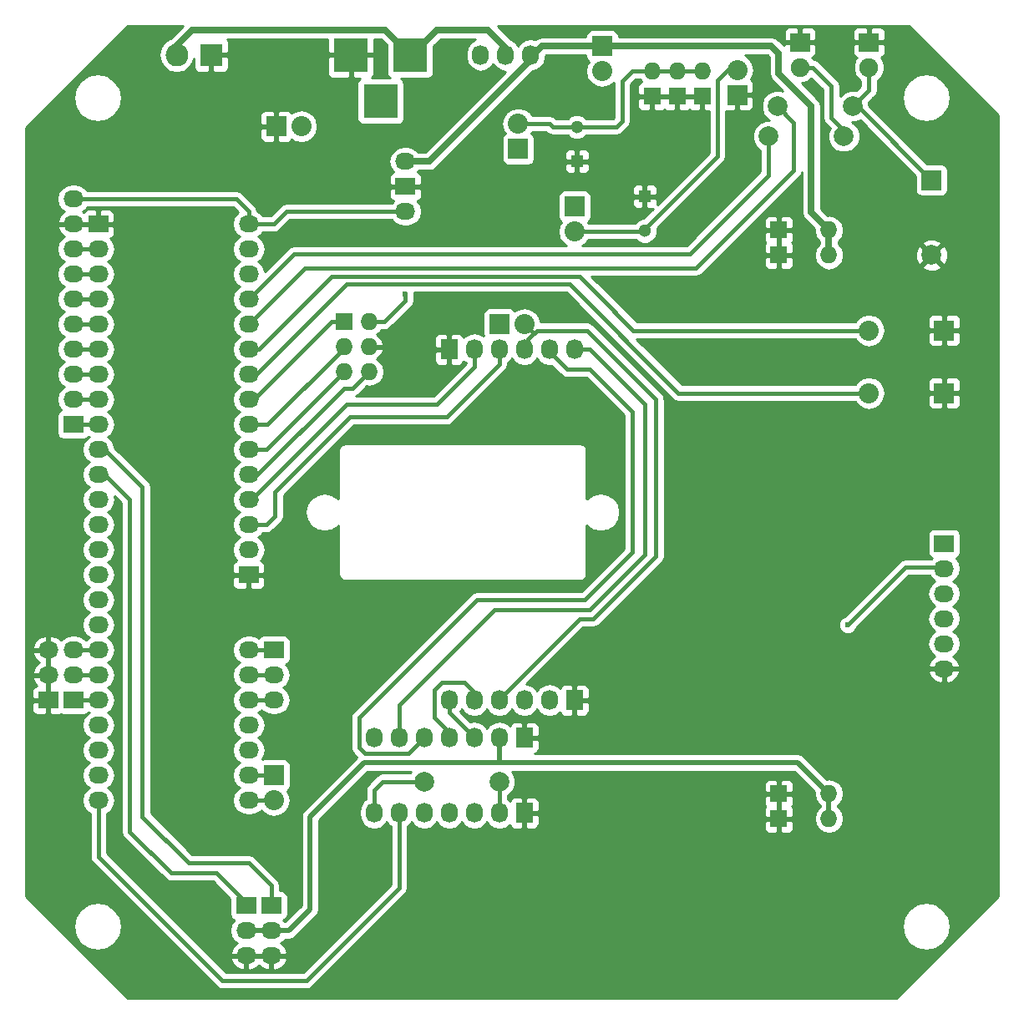
<source format=gbr>
G04 #@! TF.FileFunction,Copper,L2,Bot,Signal*
%FSLAX46Y46*%
G04 Gerber Fmt 4.6, Leading zero omitted, Abs format (unit mm)*
G04 Created by KiCad (PCBNEW 4.0.5+dfsg1-4) date Sat Dec 23 15:02:43 2017*
%MOMM*%
%LPD*%
G01*
G04 APERTURE LIST*
%ADD10C,0.100000*%
%ADD11O,2.032000X1.727200*%
%ADD12R,2.032000X1.727200*%
%ADD13R,2.000000X1.900000*%
%ADD14C,1.900000*%
%ADD15R,2.300000X2.300000*%
%ADD16O,2.300000X2.300000*%
%ADD17O,1.727200X1.727200*%
%ADD18R,1.727200X1.727200*%
%ADD19O,1.727200X2.032000*%
%ADD20R,1.727200X2.032000*%
%ADD21C,1.300000*%
%ADD22R,1.300000X1.300000*%
%ADD23R,3.500120X3.500120*%
%ADD24R,2.032000X2.032000*%
%ADD25O,2.032000X2.032000*%
%ADD26C,1.998980*%
%ADD27R,2.000000X2.000000*%
%ADD28C,2.000000*%
%ADD29C,0.600000*%
%ADD30C,0.450000*%
%ADD31C,0.550000*%
%ADD32C,0.650000*%
%ADD33C,0.350000*%
%ADD34C,0.254000*%
G04 APERTURE END LIST*
D10*
D11*
X73330000Y-129210000D03*
X73330000Y-126670000D03*
X73330000Y-124130000D03*
X73330000Y-121590000D03*
X73330000Y-119050000D03*
X73330000Y-116510000D03*
X73330000Y-113970000D03*
D12*
X73330000Y-106350000D03*
D11*
X73330000Y-103810000D03*
X73330000Y-101270000D03*
X73330000Y-98730000D03*
X73330000Y-96190000D03*
X73330000Y-93650000D03*
X73330000Y-91110000D03*
X73330000Y-88570000D03*
X73330000Y-86030000D03*
X73330000Y-83490000D03*
X73330000Y-80950000D03*
X73330000Y-78410000D03*
X73330000Y-75870000D03*
X73330000Y-73330000D03*
X73330000Y-70790000D03*
D13*
X136195000Y-52375000D03*
D14*
X136195000Y-54915000D03*
D15*
X69520000Y-53645000D03*
D16*
X66020000Y-53645000D03*
D17*
X132140000Y-71410000D03*
X132140000Y-73950000D03*
D18*
X127060000Y-71410000D03*
X127060000Y-73950000D03*
D17*
X132140000Y-128550000D03*
X132140000Y-131090000D03*
D18*
X127060000Y-128550000D03*
X127060000Y-131090000D03*
D19*
X93650000Y-119050000D03*
X96190000Y-119050000D03*
X98730000Y-119050000D03*
X101270000Y-119050000D03*
X103810000Y-119050000D03*
D20*
X106350000Y-119050000D03*
D21*
X113462000Y-71496000D03*
D22*
X113462000Y-67996000D03*
D21*
X106604000Y-60940000D03*
D22*
X106604000Y-64440000D03*
D23*
X89690140Y-53645000D03*
X83690660Y-53645000D03*
X86690400Y-58344000D03*
D13*
X129210000Y-52375000D03*
D14*
X129210000Y-54915000D03*
D11*
X89205000Y-69520000D03*
D12*
X89205000Y-66980000D03*
D11*
X89205000Y-64440000D03*
D20*
X101270000Y-122860000D03*
D19*
X98730000Y-122860000D03*
X96190000Y-122860000D03*
X93650000Y-122860000D03*
X91110000Y-122860000D03*
X88570000Y-122860000D03*
X86030000Y-122860000D03*
X86030000Y-130480000D03*
X88570000Y-130480000D03*
X91110000Y-130480000D03*
X93650000Y-130480000D03*
X96190000Y-130480000D03*
X98730000Y-130480000D03*
D20*
X101270000Y-130480000D03*
D24*
X122860000Y-57709000D03*
D25*
X122860000Y-55169000D03*
D18*
X114224000Y-57836000D03*
D17*
X114224000Y-55296000D03*
D18*
X116764000Y-57836000D03*
D17*
X116764000Y-55296000D03*
D18*
X119304000Y-57836000D03*
D17*
X119304000Y-55296000D03*
D25*
X78664000Y-60884000D03*
D24*
X76124000Y-60884000D03*
D11*
X58090000Y-129210000D03*
X58090000Y-126670000D03*
X58090000Y-124130000D03*
X58090000Y-121590000D03*
X58090000Y-119050000D03*
X58090000Y-116510000D03*
X58090000Y-113970000D03*
X58090000Y-111430000D03*
X58090000Y-108890000D03*
X58090000Y-106350000D03*
X58090000Y-103810000D03*
X58090000Y-101270000D03*
X58090000Y-98730000D03*
X58090000Y-96190000D03*
X58090000Y-93650000D03*
X58090000Y-91110000D03*
X58090000Y-88570000D03*
X58090000Y-86030000D03*
X58090000Y-83490000D03*
X58090000Y-80950000D03*
X58090000Y-78410000D03*
X58090000Y-75870000D03*
X58090000Y-73330000D03*
D12*
X58090000Y-70790000D03*
D19*
X106350000Y-83490000D03*
X103810000Y-83490000D03*
X101270000Y-83490000D03*
X98730000Y-83490000D03*
X96190000Y-83490000D03*
D20*
X93650000Y-83490000D03*
D26*
X98730000Y-127305000D03*
X91110000Y-127305000D03*
X126924000Y-58852000D03*
X134544000Y-58852000D03*
X126035000Y-61900000D03*
X133655000Y-61900000D03*
D19*
X101905000Y-53645000D03*
X99365000Y-53645000D03*
X96825000Y-53645000D03*
D24*
X143815000Y-81585000D03*
D25*
X136195000Y-81585000D03*
D24*
X143815000Y-87935000D03*
D25*
X136195000Y-87935000D03*
D27*
X142545000Y-66345000D03*
D28*
X142545000Y-73945000D03*
D12*
X73076000Y-139878000D03*
D11*
X73076000Y-142418000D03*
X73076000Y-144958000D03*
D12*
X75616000Y-139878000D03*
D11*
X75616000Y-142418000D03*
X75616000Y-144958000D03*
D12*
X75870000Y-113970000D03*
D11*
X75870000Y-116510000D03*
X75870000Y-119050000D03*
D24*
X75870000Y-126670000D03*
D25*
X75870000Y-129210000D03*
D24*
X98730000Y-80950000D03*
D25*
X101270000Y-80950000D03*
D12*
X55550000Y-119050000D03*
D11*
X55550000Y-116510000D03*
X55550000Y-113970000D03*
D12*
X143815000Y-103175000D03*
D11*
X143815000Y-105715000D03*
X143815000Y-108255000D03*
X143815000Y-110795000D03*
X143815000Y-113335000D03*
X143815000Y-115875000D03*
D12*
X55550000Y-91110000D03*
D11*
X55550000Y-88570000D03*
X55550000Y-86030000D03*
X55550000Y-83490000D03*
X55550000Y-80950000D03*
X55550000Y-78410000D03*
X55550000Y-75870000D03*
X55550000Y-73330000D03*
X55550000Y-70790000D03*
X55550000Y-68250000D03*
D12*
X53010000Y-119050000D03*
D11*
X53010000Y-116510000D03*
X53010000Y-113970000D03*
D24*
X100635000Y-63170000D03*
D25*
X100635000Y-60630000D03*
D24*
X106350000Y-69012000D03*
D25*
X106350000Y-71552000D03*
D18*
X82982000Y-80696000D03*
D17*
X85522000Y-80696000D03*
X82982000Y-83236000D03*
X85522000Y-83236000D03*
X82982000Y-85776000D03*
X85522000Y-85776000D03*
D24*
X109144000Y-52756000D03*
D25*
X109144000Y-55296000D03*
D29*
X89205000Y-77902000D03*
X134036000Y-111430000D03*
D30*
X55550000Y-70790000D02*
X58090000Y-70790000D01*
D31*
X101270000Y-129845000D02*
X101905000Y-129845000D01*
D30*
X89205000Y-78537000D02*
X89205000Y-77902000D01*
X87046000Y-80696000D02*
X89205000Y-78537000D01*
X85522000Y-80696000D02*
X87046000Y-80696000D01*
X98730000Y-127305000D02*
X98730000Y-130480000D01*
X55550000Y-68250000D02*
X72060000Y-68250000D01*
X73330000Y-69520000D02*
X73330000Y-70790000D01*
X72060000Y-68250000D02*
X73330000Y-69520000D01*
X89205000Y-69520000D02*
X77140000Y-69520000D01*
X77140000Y-69520000D02*
X75870000Y-70790000D01*
X77140000Y-69520000D02*
X75870000Y-70790000D01*
X73330000Y-70790000D02*
X75870000Y-70790000D01*
D32*
X99365000Y-53645000D02*
X99365000Y-52883000D01*
X99365000Y-52883000D02*
X97587000Y-51105000D01*
X89690140Y-53645000D02*
X89840000Y-53645000D01*
X89840000Y-53645000D02*
X92380000Y-51105000D01*
X92380000Y-51105000D02*
X97587000Y-51105000D01*
X66020000Y-53645000D02*
X66020000Y-52700000D01*
X66020000Y-52700000D02*
X67615000Y-51105000D01*
X67615000Y-51105000D02*
X87150140Y-51105000D01*
X87150140Y-51105000D02*
X89690140Y-53645000D01*
X90325140Y-53010000D02*
X90475000Y-53010000D01*
X90325140Y-53010000D02*
X90325140Y-54130140D01*
D30*
X133655000Y-61900000D02*
X133655000Y-61265000D01*
X133655000Y-61265000D02*
X132385000Y-59995000D01*
X129210000Y-54915000D02*
X130480000Y-54915000D01*
X132385000Y-56820000D02*
X132385000Y-59995000D01*
X130480000Y-54915000D02*
X132385000Y-56820000D01*
D31*
X105334000Y-125400000D02*
X128990000Y-125400000D01*
X128990000Y-125400000D02*
X132140000Y-128550000D01*
X98730000Y-122860000D02*
X98730000Y-125400000D01*
X85014000Y-125400000D02*
X98730000Y-125400000D01*
X98730000Y-125400000D02*
X105334000Y-125400000D01*
X79553000Y-140259000D02*
X79553000Y-130861000D01*
X79553000Y-130861000D02*
X80442000Y-129972000D01*
X77394000Y-142418000D02*
X75616000Y-142418000D01*
X79553000Y-140259000D02*
X77394000Y-142418000D01*
X85014000Y-125400000D02*
X80442000Y-129972000D01*
X132140000Y-131090000D02*
X132140000Y-128550000D01*
X73076000Y-142418000D02*
X75616000Y-142418000D01*
X132140000Y-131090000D02*
X131630000Y-131090000D01*
D30*
X93650000Y-119050000D02*
X93650000Y-120320000D01*
X93650000Y-120320000D02*
X96190000Y-122860000D01*
X93650000Y-118415000D02*
X93650000Y-119050000D01*
X93650000Y-122860000D02*
X93650000Y-122352000D01*
X93650000Y-122352000D02*
X92126000Y-120828000D01*
X92126000Y-120828000D02*
X92126000Y-118034000D01*
X92126000Y-118034000D02*
X92888000Y-117272000D01*
X92888000Y-117272000D02*
X95174000Y-117272000D01*
X95174000Y-117272000D02*
X96190000Y-118288000D01*
X96190000Y-118288000D02*
X96190000Y-119050000D01*
X96190000Y-119050000D02*
X96190000Y-119685000D01*
X103810000Y-83490000D02*
X103810000Y-83744000D01*
X103810000Y-83744000D02*
X105588000Y-85522000D01*
X105588000Y-85522000D02*
X107874000Y-85522000D01*
X107874000Y-85522000D02*
X112192000Y-89840000D01*
X112192000Y-89840000D02*
X112192000Y-104064000D01*
X112192000Y-104064000D02*
X107366000Y-108890000D01*
X107366000Y-108890000D02*
X96444000Y-108890000D01*
X96444000Y-108890000D02*
X84506000Y-120828000D01*
X84506000Y-120828000D02*
X84506000Y-123876000D01*
X84506000Y-123876000D02*
X85075998Y-124445998D01*
X85075998Y-124445998D02*
X89524002Y-124445998D01*
X89524002Y-124445998D02*
X91110000Y-122860000D01*
X88570000Y-122860000D02*
X88570000Y-119558000D01*
X107874000Y-83490000D02*
X106350000Y-83490000D01*
X113462000Y-89078000D02*
X107874000Y-83490000D01*
X113462000Y-104318000D02*
X113462000Y-89078000D01*
X107874000Y-109906000D02*
X113462000Y-104318000D01*
X98222000Y-109906000D02*
X107874000Y-109906000D01*
X88570000Y-119558000D02*
X98222000Y-109906000D01*
D33*
X106350000Y-84125000D02*
X106350000Y-83490000D01*
D30*
X86030000Y-130480000D02*
X86030000Y-128194000D01*
X86919000Y-127305000D02*
X91110000Y-127305000D01*
X86030000Y-128194000D02*
X86919000Y-127305000D01*
X73330000Y-129210000D02*
X75870000Y-129210000D01*
X55550000Y-88570000D02*
X58090000Y-88570000D01*
X55550000Y-86030000D02*
X58090000Y-86030000D01*
X55550000Y-83490000D02*
X58090000Y-83490000D01*
X55550000Y-80950000D02*
X58090000Y-80950000D01*
X55550000Y-78410000D02*
X58090000Y-78410000D01*
X55550000Y-75870000D02*
X58090000Y-75870000D01*
X55550000Y-73330000D02*
X58090000Y-73330000D01*
X98730000Y-119050000D02*
X98730000Y-118923000D01*
X98730000Y-118923000D02*
X106858000Y-110795000D01*
X101270000Y-80950000D02*
X102222500Y-81902500D01*
X102222500Y-81902500D02*
X101905000Y-82220000D01*
X110795000Y-84760000D02*
X114605000Y-88570000D01*
X114605000Y-88570000D02*
X114605000Y-104445000D01*
X105715000Y-81585000D02*
X107620000Y-81585000D01*
X110795000Y-84760000D02*
X107620000Y-81585000D01*
X101270000Y-82855000D02*
X101905000Y-82220000D01*
X101905000Y-82220000D02*
X102540000Y-81585000D01*
X102540000Y-81585000D02*
X105080000Y-81585000D01*
X105080000Y-81585000D02*
X105715000Y-81585000D01*
X114605000Y-104445000D02*
X113335000Y-105715000D01*
X108255000Y-110795000D02*
X113335000Y-105715000D01*
X106858000Y-110795000D02*
X108255000Y-110795000D01*
X101270000Y-84125000D02*
X101270000Y-82855000D01*
X134544000Y-58852000D02*
X135052000Y-58852000D01*
X135052000Y-58852000D02*
X142545000Y-66345000D01*
X136195000Y-54915000D02*
X136195000Y-57201000D01*
X136195000Y-57201000D02*
X134544000Y-58852000D01*
X73076000Y-139878000D02*
X73076000Y-139624000D01*
X73076000Y-139624000D02*
X70028000Y-136576000D01*
X70028000Y-136576000D02*
X65456000Y-136576000D01*
X65456000Y-136576000D02*
X61265000Y-132385000D01*
X58090000Y-96190000D02*
X58725000Y-96190000D01*
X58725000Y-96190000D02*
X61265000Y-98730000D01*
X61265000Y-98730000D02*
X61265000Y-132385000D01*
X62535000Y-130607000D02*
X62535000Y-130861000D01*
X62535000Y-130861000D02*
X67234000Y-135560000D01*
X75616000Y-139878000D02*
X75616000Y-137846000D01*
X75616000Y-137846000D02*
X73330000Y-135560000D01*
X73330000Y-135560000D02*
X67234000Y-135560000D01*
X58090000Y-93650000D02*
X58725000Y-93650000D01*
X58725000Y-93650000D02*
X62535000Y-97460000D01*
X62535000Y-97460000D02*
X62535000Y-130607000D01*
X66345000Y-143180000D02*
X70663000Y-147498000D01*
X70663000Y-147498000D02*
X70790000Y-147498000D01*
X70790000Y-147498000D02*
X79172000Y-147498000D01*
X79172000Y-147498000D02*
X79426000Y-147244000D01*
X88570000Y-130480000D02*
X88570000Y-138100000D01*
X88570000Y-138100000D02*
X87046000Y-139624000D01*
X58090000Y-129210000D02*
X58090000Y-134925000D01*
X79426000Y-147244000D02*
X87046000Y-139624000D01*
X58090000Y-134925000D02*
X66345000Y-143180000D01*
X73330000Y-113970000D02*
X75870000Y-113970000D01*
X73330000Y-116510000D02*
X75870000Y-116510000D01*
X73330000Y-119050000D02*
X75870000Y-119050000D01*
X73330000Y-126670000D02*
X75870000Y-126670000D01*
X75997000Y-98603000D02*
X75997000Y-97968000D01*
X83617000Y-90348000D02*
X86919000Y-90348000D01*
X75997000Y-97968000D02*
X83617000Y-90348000D01*
X93396000Y-90348000D02*
X93904000Y-89840000D01*
X86919000Y-90348000D02*
X93396000Y-90348000D01*
X75108000Y-101270000D02*
X73330000Y-101270000D01*
X75997000Y-100381000D02*
X75108000Y-101270000D01*
X75997000Y-98603000D02*
X75997000Y-100381000D01*
X98730000Y-83490000D02*
X98730000Y-85014000D01*
X98730000Y-85014000D02*
X93904000Y-89840000D01*
X73330000Y-101270000D02*
X73838000Y-101270000D01*
X73330000Y-98730000D02*
X73584000Y-98730000D01*
X73584000Y-98730000D02*
X83236000Y-89078000D01*
X83236000Y-89078000D02*
X84887000Y-89078000D01*
X92380000Y-89078000D02*
X93269000Y-88189000D01*
X84887000Y-89078000D02*
X92380000Y-89078000D01*
X96190000Y-83490000D02*
X96190000Y-85268000D01*
X96190000Y-85268000D02*
X93269000Y-88189000D01*
X73330000Y-98730000D02*
X74092000Y-98730000D01*
X105842000Y-76886000D02*
X116891000Y-87935000D01*
X83236000Y-76886000D02*
X105842000Y-76886000D01*
X82410500Y-77711500D02*
X83236000Y-76886000D01*
X116891000Y-87935000D02*
X136195000Y-87935000D01*
X73330000Y-86030000D02*
X74092000Y-86030000D01*
X74092000Y-86030000D02*
X82410500Y-77711500D01*
X90348000Y-76124000D02*
X106858000Y-76124000D01*
X106858000Y-76124000D02*
X108636000Y-77902000D01*
X108636000Y-77902000D02*
X112319000Y-81585000D01*
X112319000Y-81585000D02*
X136195000Y-81585000D01*
X73330000Y-83490000D02*
X74346000Y-83490000D01*
X74346000Y-83490000D02*
X81712000Y-76124000D01*
X81712000Y-76124000D02*
X90348000Y-76124000D01*
X102667000Y-75235000D02*
X79045000Y-75235000D01*
X79045000Y-75235000D02*
X73330000Y-80950000D01*
X103302000Y-75235000D02*
X102667000Y-75235000D01*
X118288000Y-75235000D02*
X118669000Y-75235000D01*
X118669000Y-75235000D02*
X128575000Y-65329000D01*
X73330000Y-80950000D02*
X73965000Y-80950000D01*
X128575000Y-60503000D02*
X126924000Y-58852000D01*
X128575000Y-65329000D02*
X128575000Y-60503000D01*
X103302000Y-75235000D02*
X118288000Y-75235000D01*
X126924000Y-58852000D02*
X126924000Y-58979000D01*
X73330000Y-80950000D02*
X74092000Y-80950000D01*
X103175000Y-73838000D02*
X77902000Y-73838000D01*
X77902000Y-73838000D02*
X73330000Y-78410000D01*
X117780000Y-73838000D02*
X118034000Y-73838000D01*
X118034000Y-73838000D02*
X126035000Y-65837000D01*
X126035000Y-61900000D02*
X126035000Y-65837000D01*
X103175000Y-73838000D02*
X117780000Y-73838000D01*
X139878000Y-105588000D02*
X143688000Y-105588000D01*
X134036000Y-111430000D02*
X139878000Y-105588000D01*
X143688000Y-105588000D02*
X143815000Y-105715000D01*
X55550000Y-91110000D02*
X58090000Y-91110000D01*
X55550000Y-116510000D02*
X58090000Y-116510000D01*
X55550000Y-113970000D02*
X58090000Y-113970000D01*
X55550000Y-119050000D02*
X58090000Y-119050000D01*
X120828000Y-60122000D02*
X120828000Y-63932000D01*
X120828000Y-63932000D02*
X119812000Y-64948000D01*
X116002000Y-68758000D02*
X119812000Y-64948000D01*
X113462000Y-71298000D02*
X116002000Y-68758000D01*
X122860000Y-55169000D02*
X121844000Y-55169000D01*
X121844000Y-55169000D02*
X120828000Y-56185000D01*
X120828000Y-56185000D02*
X120828000Y-60122000D01*
X113462000Y-71496000D02*
X113462000Y-71298000D01*
X106350000Y-71552000D02*
X113406000Y-71552000D01*
X113406000Y-71552000D02*
X113462000Y-71496000D01*
X106604000Y-60940000D02*
X110612000Y-60940000D01*
X112192000Y-55296000D02*
X114224000Y-55296000D01*
X111176000Y-56312000D02*
X112192000Y-55296000D01*
X111176000Y-60376000D02*
X111176000Y-56312000D01*
X110612000Y-60940000D02*
X111176000Y-60376000D01*
X100635000Y-60630000D02*
X103810000Y-60630000D01*
X104120000Y-60940000D02*
X106604000Y-60940000D01*
X103810000Y-60630000D02*
X104120000Y-60940000D01*
X116129000Y-55296000D02*
X118669000Y-55296000D01*
X113589000Y-55296000D02*
X116129000Y-55296000D01*
X113589000Y-55296000D02*
X113335000Y-55296000D01*
X73330000Y-88570000D02*
X73838000Y-88570000D01*
X73838000Y-88570000D02*
X81712000Y-80696000D01*
X81712000Y-80696000D02*
X82982000Y-80696000D01*
X75235000Y-91110000D02*
X73330000Y-91110000D01*
X82982000Y-83363000D02*
X75235000Y-91110000D01*
X82982000Y-83236000D02*
X82982000Y-83363000D01*
X73330000Y-93650000D02*
X75108000Y-93650000D01*
X75108000Y-93650000D02*
X82982000Y-85776000D01*
X82474000Y-86284000D02*
X82982000Y-85776000D01*
X73330000Y-96190000D02*
X74219000Y-96190000D01*
X74219000Y-96190000D02*
X82982000Y-87427000D01*
X82982000Y-87427000D02*
X83871000Y-87427000D01*
X83871000Y-87427000D02*
X85522000Y-85776000D01*
D32*
X101905000Y-53645000D02*
X102159000Y-53645000D01*
X102159000Y-53645000D02*
X103048000Y-52756000D01*
X101905000Y-53645000D02*
X101905000Y-54153000D01*
X101905000Y-54153000D02*
X96698000Y-59360000D01*
X130353000Y-69623000D02*
X132140000Y-71410000D01*
X130353000Y-58852000D02*
X130353000Y-69623000D01*
X127051000Y-55550000D02*
X130353000Y-58852000D01*
X127051000Y-53518000D02*
X127051000Y-55550000D01*
X89205000Y-64440000D02*
X91618000Y-64440000D01*
X91618000Y-64440000D02*
X96698000Y-59360000D01*
X132140000Y-73950000D02*
X132140000Y-71410000D01*
X126289000Y-52756000D02*
X127051000Y-53518000D01*
X103048000Y-52756000D02*
X109652000Y-52756000D01*
X109652000Y-52756000D02*
X126289000Y-52756000D01*
D34*
G36*
X65417474Y-51944880D02*
X65336910Y-51960905D01*
X64757814Y-52347844D01*
X64370875Y-52926940D01*
X64235000Y-53610030D01*
X64235000Y-53679970D01*
X64370875Y-54363060D01*
X64757814Y-54942156D01*
X65336910Y-55329095D01*
X66020000Y-55464970D01*
X66703090Y-55329095D01*
X67282186Y-54942156D01*
X67669125Y-54363060D01*
X67735000Y-54031884D01*
X67735000Y-54921309D01*
X67831673Y-55154698D01*
X68010301Y-55333327D01*
X68243690Y-55430000D01*
X69234250Y-55430000D01*
X69393000Y-55271250D01*
X69393000Y-53772000D01*
X69647000Y-53772000D01*
X69647000Y-55271250D01*
X69805750Y-55430000D01*
X70796310Y-55430000D01*
X71029699Y-55333327D01*
X71208327Y-55154698D01*
X71305000Y-54921309D01*
X71305000Y-53930750D01*
X81305600Y-53930750D01*
X81305600Y-55521370D01*
X81402273Y-55754759D01*
X81580902Y-55933387D01*
X81814291Y-56030060D01*
X83404910Y-56030060D01*
X83563660Y-55871310D01*
X83563660Y-53772000D01*
X81464350Y-53772000D01*
X81305600Y-53930750D01*
X71305000Y-53930750D01*
X71146250Y-53772000D01*
X69647000Y-53772000D01*
X69393000Y-53772000D01*
X69373000Y-53772000D01*
X69373000Y-53518000D01*
X69393000Y-53518000D01*
X69393000Y-53498000D01*
X69647000Y-53498000D01*
X69647000Y-53518000D01*
X71146250Y-53518000D01*
X71305000Y-53359250D01*
X71305000Y-52368691D01*
X71208327Y-52135302D01*
X71138025Y-52065000D01*
X81305600Y-52065000D01*
X81305600Y-53359250D01*
X81464350Y-53518000D01*
X83563660Y-53518000D01*
X83563660Y-53498000D01*
X83817660Y-53498000D01*
X83817660Y-53518000D01*
X85916970Y-53518000D01*
X86075720Y-53359250D01*
X86075720Y-52065000D01*
X86752494Y-52065000D01*
X87292640Y-52605146D01*
X87292640Y-55395060D01*
X87336918Y-55630377D01*
X87475990Y-55846501D01*
X87622343Y-55946500D01*
X85768760Y-55946500D01*
X85800418Y-55933387D01*
X85979047Y-55754759D01*
X86075720Y-55521370D01*
X86075720Y-53930750D01*
X85916970Y-53772000D01*
X83817660Y-53772000D01*
X83817660Y-55871310D01*
X83976410Y-56030060D01*
X84643977Y-56030060D01*
X84488899Y-56129850D01*
X84343909Y-56342050D01*
X84292900Y-56593940D01*
X84292900Y-60094060D01*
X84337178Y-60329377D01*
X84476250Y-60545501D01*
X84688450Y-60690491D01*
X84940340Y-60741500D01*
X88440460Y-60741500D01*
X88675777Y-60697222D01*
X88891901Y-60558150D01*
X89036891Y-60345950D01*
X89087900Y-60094060D01*
X89087900Y-56593940D01*
X89043622Y-56358623D01*
X88904550Y-56142499D01*
X88758197Y-56042500D01*
X91440200Y-56042500D01*
X91675517Y-55998222D01*
X91891641Y-55859150D01*
X92036631Y-55646950D01*
X92087640Y-55395060D01*
X92087640Y-52755005D01*
X92777645Y-52065000D01*
X96305449Y-52065000D01*
X96251511Y-52075729D01*
X95765330Y-52400585D01*
X95440474Y-52886766D01*
X95326400Y-53460255D01*
X95326400Y-53829745D01*
X95440474Y-54403234D01*
X95765330Y-54889415D01*
X96251511Y-55214271D01*
X96825000Y-55328345D01*
X97398489Y-55214271D01*
X97884670Y-54889415D01*
X98095000Y-54574634D01*
X98305330Y-54889415D01*
X98791511Y-55214271D01*
X99365000Y-55328345D01*
X99373750Y-55326604D01*
X96019177Y-58681177D01*
X96019175Y-58681180D01*
X91220354Y-63480000D01*
X90516012Y-63480000D01*
X90449415Y-63380330D01*
X89963234Y-63055474D01*
X89389745Y-62941400D01*
X89020255Y-62941400D01*
X88446766Y-63055474D01*
X87960585Y-63380330D01*
X87635729Y-63866511D01*
X87521655Y-64440000D01*
X87635729Y-65013489D01*
X87960585Y-65499670D01*
X87982780Y-65514500D01*
X87829302Y-65578073D01*
X87650673Y-65756701D01*
X87554000Y-65990090D01*
X87554000Y-66694250D01*
X87712750Y-66853000D01*
X89078000Y-66853000D01*
X89078000Y-66833000D01*
X89332000Y-66833000D01*
X89332000Y-66853000D01*
X90697250Y-66853000D01*
X90856000Y-66694250D01*
X90856000Y-65990090D01*
X90759327Y-65756701D01*
X90580698Y-65578073D01*
X90427220Y-65514500D01*
X90449415Y-65499670D01*
X90516012Y-65400000D01*
X91617995Y-65400000D01*
X91618000Y-65400001D01*
X91985376Y-65326924D01*
X92296823Y-65118823D01*
X97376820Y-60038825D01*
X97376823Y-60038823D01*
X102132566Y-55283079D01*
X102478489Y-55214271D01*
X102964670Y-54889415D01*
X103289526Y-54403234D01*
X103403600Y-53829745D01*
X103403600Y-53758045D01*
X103445645Y-53716000D01*
X107480560Y-53716000D01*
X107480560Y-53772000D01*
X107524838Y-54007317D01*
X107663910Y-54223441D01*
X107812837Y-54325198D01*
X107586330Y-54664190D01*
X107460655Y-55296000D01*
X107586330Y-55927810D01*
X107944222Y-56463433D01*
X108479845Y-56821325D01*
X109111655Y-56947000D01*
X109176345Y-56947000D01*
X109808155Y-56821325D01*
X110316000Y-56481994D01*
X110316000Y-60019776D01*
X110255776Y-60080000D01*
X107561180Y-60080000D01*
X107332845Y-59851265D01*
X106860724Y-59655223D01*
X106349519Y-59654777D01*
X105877057Y-59849995D01*
X105646650Y-60080000D01*
X104476224Y-60080000D01*
X104418112Y-60021888D01*
X104377871Y-59995000D01*
X104139108Y-59835464D01*
X103810000Y-59770000D01*
X102040198Y-59770000D01*
X101834778Y-59462567D01*
X101299155Y-59104675D01*
X100667345Y-58979000D01*
X100602655Y-58979000D01*
X99970845Y-59104675D01*
X99435222Y-59462567D01*
X99077330Y-59998190D01*
X98951655Y-60630000D01*
X99077330Y-61261810D01*
X99304499Y-61601792D01*
X99167559Y-61689910D01*
X99022569Y-61902110D01*
X98971560Y-62154000D01*
X98971560Y-64186000D01*
X99015838Y-64421317D01*
X99154910Y-64637441D01*
X99367110Y-64782431D01*
X99619000Y-64833440D01*
X101651000Y-64833440D01*
X101886317Y-64789162D01*
X101984862Y-64725750D01*
X105319000Y-64725750D01*
X105319000Y-65216309D01*
X105415673Y-65449698D01*
X105594301Y-65628327D01*
X105827690Y-65725000D01*
X106318250Y-65725000D01*
X106477000Y-65566250D01*
X106477000Y-64567000D01*
X106731000Y-64567000D01*
X106731000Y-65566250D01*
X106889750Y-65725000D01*
X107380310Y-65725000D01*
X107613699Y-65628327D01*
X107792327Y-65449698D01*
X107889000Y-65216309D01*
X107889000Y-64725750D01*
X107730250Y-64567000D01*
X106731000Y-64567000D01*
X106477000Y-64567000D01*
X105477750Y-64567000D01*
X105319000Y-64725750D01*
X101984862Y-64725750D01*
X102102441Y-64650090D01*
X102247431Y-64437890D01*
X102298440Y-64186000D01*
X102298440Y-63663691D01*
X105319000Y-63663691D01*
X105319000Y-64154250D01*
X105477750Y-64313000D01*
X106477000Y-64313000D01*
X106477000Y-63313750D01*
X106731000Y-63313750D01*
X106731000Y-64313000D01*
X107730250Y-64313000D01*
X107889000Y-64154250D01*
X107889000Y-63663691D01*
X107792327Y-63430302D01*
X107613699Y-63251673D01*
X107380310Y-63155000D01*
X106889750Y-63155000D01*
X106731000Y-63313750D01*
X106477000Y-63313750D01*
X106318250Y-63155000D01*
X105827690Y-63155000D01*
X105594301Y-63251673D01*
X105415673Y-63430302D01*
X105319000Y-63663691D01*
X102298440Y-63663691D01*
X102298440Y-62154000D01*
X102254162Y-61918683D01*
X102115090Y-61702559D01*
X101966163Y-61600802D01*
X102040198Y-61490000D01*
X103453776Y-61490000D01*
X103511888Y-61548112D01*
X103790892Y-61734536D01*
X104120000Y-61800000D01*
X105646820Y-61800000D01*
X105875155Y-62028735D01*
X106347276Y-62224777D01*
X106858481Y-62225223D01*
X107330943Y-62030005D01*
X107561350Y-61800000D01*
X110612000Y-61800000D01*
X110941108Y-61734536D01*
X111220112Y-61548112D01*
X111784112Y-60984112D01*
X111970536Y-60705108D01*
X112036000Y-60376000D01*
X112036000Y-58121750D01*
X112725400Y-58121750D01*
X112725400Y-58825909D01*
X112822073Y-59059298D01*
X113000701Y-59237927D01*
X113234090Y-59334600D01*
X113938250Y-59334600D01*
X114097000Y-59175850D01*
X114097000Y-57963000D01*
X114351000Y-57963000D01*
X114351000Y-59175850D01*
X114509750Y-59334600D01*
X115213910Y-59334600D01*
X115447299Y-59237927D01*
X115494000Y-59191226D01*
X115540701Y-59237927D01*
X115774090Y-59334600D01*
X116478250Y-59334600D01*
X116637000Y-59175850D01*
X116637000Y-57963000D01*
X116891000Y-57963000D01*
X116891000Y-59175850D01*
X117049750Y-59334600D01*
X117753910Y-59334600D01*
X117987299Y-59237927D01*
X118034000Y-59191226D01*
X118080701Y-59237927D01*
X118314090Y-59334600D01*
X119018250Y-59334600D01*
X119177000Y-59175850D01*
X119177000Y-57963000D01*
X116891000Y-57963000D01*
X116637000Y-57963000D01*
X114351000Y-57963000D01*
X114097000Y-57963000D01*
X112884150Y-57963000D01*
X112725400Y-58121750D01*
X112036000Y-58121750D01*
X112036000Y-56668224D01*
X112548224Y-56156000D01*
X113011298Y-56156000D01*
X113154526Y-56370356D01*
X113000701Y-56434073D01*
X112822073Y-56612702D01*
X112725400Y-56846091D01*
X112725400Y-57550250D01*
X112884150Y-57709000D01*
X114097000Y-57709000D01*
X114097000Y-57689000D01*
X114351000Y-57689000D01*
X114351000Y-57709000D01*
X116637000Y-57709000D01*
X116637000Y-57689000D01*
X116891000Y-57689000D01*
X116891000Y-57709000D01*
X119177000Y-57709000D01*
X119177000Y-57689000D01*
X119431000Y-57689000D01*
X119431000Y-57709000D01*
X119451000Y-57709000D01*
X119451000Y-57963000D01*
X119431000Y-57963000D01*
X119431000Y-59175850D01*
X119589750Y-59334600D01*
X119968000Y-59334600D01*
X119968000Y-63575776D01*
X114729699Y-68814077D01*
X114747000Y-68772309D01*
X114747000Y-68281750D01*
X114588250Y-68123000D01*
X113589000Y-68123000D01*
X113589000Y-69122250D01*
X113747750Y-69281000D01*
X114238310Y-69281000D01*
X114280076Y-69263700D01*
X113332890Y-70210886D01*
X113207519Y-70210777D01*
X112735057Y-70405995D01*
X112448552Y-70692000D01*
X107755198Y-70692000D01*
X107680501Y-70580208D01*
X107817441Y-70492090D01*
X107962431Y-70279890D01*
X108013440Y-70028000D01*
X108013440Y-68281750D01*
X112177000Y-68281750D01*
X112177000Y-68772309D01*
X112273673Y-69005698D01*
X112452301Y-69184327D01*
X112685690Y-69281000D01*
X113176250Y-69281000D01*
X113335000Y-69122250D01*
X113335000Y-68123000D01*
X112335750Y-68123000D01*
X112177000Y-68281750D01*
X108013440Y-68281750D01*
X108013440Y-67996000D01*
X107969162Y-67760683D01*
X107830090Y-67544559D01*
X107617890Y-67399569D01*
X107366000Y-67348560D01*
X105334000Y-67348560D01*
X105098683Y-67392838D01*
X104882559Y-67531910D01*
X104737569Y-67744110D01*
X104686560Y-67996000D01*
X104686560Y-70028000D01*
X104730838Y-70263317D01*
X104869910Y-70479441D01*
X105018837Y-70581198D01*
X104792330Y-70920190D01*
X104666655Y-71552000D01*
X104792330Y-72183810D01*
X105150222Y-72719433D01*
X105537195Y-72978000D01*
X77902000Y-72978000D01*
X77572892Y-73043464D01*
X77293888Y-73229888D01*
X74953689Y-75570087D01*
X74899271Y-75296511D01*
X74574415Y-74810330D01*
X74259634Y-74600000D01*
X74574415Y-74389670D01*
X74899271Y-73903489D01*
X75013345Y-73330000D01*
X74899271Y-72756511D01*
X74574415Y-72270330D01*
X74259634Y-72060000D01*
X74574415Y-71849670D01*
X74707830Y-71650000D01*
X75870000Y-71650000D01*
X76199108Y-71584536D01*
X76478112Y-71398112D01*
X77496224Y-70380000D01*
X87827170Y-70380000D01*
X87960585Y-70579670D01*
X88446766Y-70904526D01*
X89020255Y-71018600D01*
X89389745Y-71018600D01*
X89963234Y-70904526D01*
X90449415Y-70579670D01*
X90774271Y-70093489D01*
X90888345Y-69520000D01*
X90774271Y-68946511D01*
X90449415Y-68460330D01*
X90427220Y-68445500D01*
X90580698Y-68381927D01*
X90759327Y-68203299D01*
X90856000Y-67969910D01*
X90856000Y-67265750D01*
X90809941Y-67219691D01*
X112177000Y-67219691D01*
X112177000Y-67710250D01*
X112335750Y-67869000D01*
X113335000Y-67869000D01*
X113335000Y-66869750D01*
X113589000Y-66869750D01*
X113589000Y-67869000D01*
X114588250Y-67869000D01*
X114747000Y-67710250D01*
X114747000Y-67219691D01*
X114650327Y-66986302D01*
X114471699Y-66807673D01*
X114238310Y-66711000D01*
X113747750Y-66711000D01*
X113589000Y-66869750D01*
X113335000Y-66869750D01*
X113176250Y-66711000D01*
X112685690Y-66711000D01*
X112452301Y-66807673D01*
X112273673Y-66986302D01*
X112177000Y-67219691D01*
X90809941Y-67219691D01*
X90697250Y-67107000D01*
X89332000Y-67107000D01*
X89332000Y-67127000D01*
X89078000Y-67127000D01*
X89078000Y-67107000D01*
X87712750Y-67107000D01*
X87554000Y-67265750D01*
X87554000Y-67969910D01*
X87650673Y-68203299D01*
X87829302Y-68381927D01*
X87982780Y-68445500D01*
X87960585Y-68460330D01*
X87827170Y-68660000D01*
X77140000Y-68660000D01*
X76810892Y-68725464D01*
X76664187Y-68823489D01*
X76531888Y-68911888D01*
X75513776Y-69930000D01*
X74707830Y-69930000D01*
X74574415Y-69730330D01*
X74179326Y-69466340D01*
X74124536Y-69190892D01*
X73938112Y-68911888D01*
X72668112Y-67641888D01*
X72389108Y-67455464D01*
X72060000Y-67390000D01*
X56927830Y-67390000D01*
X56794415Y-67190330D01*
X56308234Y-66865474D01*
X55734745Y-66751400D01*
X55365255Y-66751400D01*
X54791766Y-66865474D01*
X54305585Y-67190330D01*
X53980729Y-67676511D01*
X53866655Y-68250000D01*
X53980729Y-68823489D01*
X54305585Y-69309670D01*
X54615069Y-69516461D01*
X54199268Y-69887964D01*
X53945291Y-70415209D01*
X53942642Y-70430974D01*
X54063783Y-70663000D01*
X55423000Y-70663000D01*
X55423000Y-70643000D01*
X55677000Y-70643000D01*
X55677000Y-70663000D01*
X57963000Y-70663000D01*
X57963000Y-69450150D01*
X58217000Y-69450150D01*
X58217000Y-70663000D01*
X59582250Y-70663000D01*
X59741000Y-70504250D01*
X59741000Y-69800090D01*
X59644327Y-69566701D01*
X59465698Y-69388073D01*
X59232309Y-69291400D01*
X58375750Y-69291400D01*
X58217000Y-69450150D01*
X57963000Y-69450150D01*
X57804250Y-69291400D01*
X56947691Y-69291400D01*
X56714302Y-69388073D01*
X56538263Y-69564111D01*
X56484931Y-69516461D01*
X56794415Y-69309670D01*
X56927830Y-69110000D01*
X71703776Y-69110000D01*
X72228568Y-69634792D01*
X72085585Y-69730330D01*
X71760729Y-70216511D01*
X71646655Y-70790000D01*
X71760729Y-71363489D01*
X72085585Y-71849670D01*
X72400366Y-72060000D01*
X72085585Y-72270330D01*
X71760729Y-72756511D01*
X71646655Y-73330000D01*
X71760729Y-73903489D01*
X72085585Y-74389670D01*
X72400366Y-74600000D01*
X72085585Y-74810330D01*
X71760729Y-75296511D01*
X71646655Y-75870000D01*
X71760729Y-76443489D01*
X72085585Y-76929670D01*
X72400366Y-77140000D01*
X72085585Y-77350330D01*
X71760729Y-77836511D01*
X71646655Y-78410000D01*
X71760729Y-78983489D01*
X72085585Y-79469670D01*
X72400366Y-79680000D01*
X72085585Y-79890330D01*
X71760729Y-80376511D01*
X71646655Y-80950000D01*
X71760729Y-81523489D01*
X72085585Y-82009670D01*
X72400366Y-82220000D01*
X72085585Y-82430330D01*
X71760729Y-82916511D01*
X71646655Y-83490000D01*
X71760729Y-84063489D01*
X72085585Y-84549670D01*
X72400366Y-84760000D01*
X72085585Y-84970330D01*
X71760729Y-85456511D01*
X71646655Y-86030000D01*
X71760729Y-86603489D01*
X72085585Y-87089670D01*
X72400366Y-87300000D01*
X72085585Y-87510330D01*
X71760729Y-87996511D01*
X71646655Y-88570000D01*
X71760729Y-89143489D01*
X72085585Y-89629670D01*
X72400366Y-89840000D01*
X72085585Y-90050330D01*
X71760729Y-90536511D01*
X71646655Y-91110000D01*
X71760729Y-91683489D01*
X72085585Y-92169670D01*
X72400366Y-92380000D01*
X72085585Y-92590330D01*
X71760729Y-93076511D01*
X71646655Y-93650000D01*
X71760729Y-94223489D01*
X72085585Y-94709670D01*
X72400366Y-94920000D01*
X72085585Y-95130330D01*
X71760729Y-95616511D01*
X71646655Y-96190000D01*
X71760729Y-96763489D01*
X72085585Y-97249670D01*
X72400366Y-97460000D01*
X72085585Y-97670330D01*
X71760729Y-98156511D01*
X71646655Y-98730000D01*
X71760729Y-99303489D01*
X72085585Y-99789670D01*
X72400366Y-100000000D01*
X72085585Y-100210330D01*
X71760729Y-100696511D01*
X71646655Y-101270000D01*
X71760729Y-101843489D01*
X72085585Y-102329670D01*
X72400366Y-102540000D01*
X72085585Y-102750330D01*
X71760729Y-103236511D01*
X71646655Y-103810000D01*
X71760729Y-104383489D01*
X72085585Y-104869670D01*
X72107780Y-104884500D01*
X71954302Y-104948073D01*
X71775673Y-105126701D01*
X71679000Y-105360090D01*
X71679000Y-106064250D01*
X71837750Y-106223000D01*
X73203000Y-106223000D01*
X73203000Y-106203000D01*
X73457000Y-106203000D01*
X73457000Y-106223000D01*
X74822250Y-106223000D01*
X74981000Y-106064250D01*
X74981000Y-105360090D01*
X74884327Y-105126701D01*
X74705698Y-104948073D01*
X74552220Y-104884500D01*
X74574415Y-104869670D01*
X74899271Y-104383489D01*
X75013345Y-103810000D01*
X74899271Y-103236511D01*
X74574415Y-102750330D01*
X74259634Y-102540000D01*
X74574415Y-102329670D01*
X74707830Y-102130000D01*
X75108000Y-102130000D01*
X75437108Y-102064536D01*
X75716112Y-101878112D01*
X76605112Y-100989112D01*
X76637331Y-100940892D01*
X76791536Y-100710108D01*
X76857000Y-100381000D01*
X76857000Y-100000000D01*
X79040000Y-100000000D01*
X79189196Y-100750060D01*
X79614071Y-101385929D01*
X80249940Y-101810804D01*
X81000000Y-101960000D01*
X81750060Y-101810804D01*
X82385929Y-101385929D01*
X82415000Y-101342421D01*
X82415000Y-106250000D01*
X82469046Y-106521705D01*
X82622954Y-106752046D01*
X82853295Y-106905954D01*
X83125000Y-106960000D01*
X106875000Y-106960000D01*
X107146705Y-106905954D01*
X107377046Y-106752046D01*
X107530954Y-106521705D01*
X107585000Y-106250000D01*
X107585000Y-101342421D01*
X107614071Y-101385929D01*
X108249940Y-101810804D01*
X109000000Y-101960000D01*
X109750060Y-101810804D01*
X110385929Y-101385929D01*
X110810804Y-100750060D01*
X110960000Y-100000000D01*
X110810804Y-99249940D01*
X110385929Y-98614071D01*
X109750060Y-98189196D01*
X109000000Y-98040000D01*
X108249940Y-98189196D01*
X107614071Y-98614071D01*
X107585000Y-98657579D01*
X107585000Y-93750000D01*
X107530954Y-93478295D01*
X107377046Y-93247954D01*
X107146705Y-93094046D01*
X106875000Y-93040000D01*
X83125000Y-93040000D01*
X82853295Y-93094046D01*
X82622954Y-93247954D01*
X82469046Y-93478295D01*
X82415000Y-93750000D01*
X82415000Y-98657579D01*
X82385929Y-98614071D01*
X81750060Y-98189196D01*
X81000000Y-98040000D01*
X80249940Y-98189196D01*
X79614071Y-98614071D01*
X79189196Y-99249940D01*
X79040000Y-100000000D01*
X76857000Y-100000000D01*
X76857000Y-98324224D01*
X83973224Y-91208000D01*
X93396000Y-91208000D01*
X93725108Y-91142536D01*
X94004112Y-90956112D01*
X94512109Y-90448114D01*
X94512112Y-90448112D01*
X99338112Y-85622112D01*
X99524537Y-85343107D01*
X99590000Y-85014000D01*
X99590000Y-84867830D01*
X99789670Y-84734415D01*
X100000000Y-84419634D01*
X100210330Y-84734415D01*
X100696511Y-85059271D01*
X101270000Y-85173345D01*
X101843489Y-85059271D01*
X102329670Y-84734415D01*
X102540000Y-84419634D01*
X102750330Y-84734415D01*
X103236511Y-85059271D01*
X103810000Y-85173345D01*
X103987762Y-85137986D01*
X104979888Y-86130112D01*
X105258892Y-86316536D01*
X105588000Y-86382000D01*
X107517776Y-86382000D01*
X111332000Y-90196224D01*
X111332000Y-103707776D01*
X107009776Y-108030000D01*
X96444005Y-108030000D01*
X96444000Y-108029999D01*
X96114893Y-108095463D01*
X96114891Y-108095464D01*
X96114892Y-108095464D01*
X95835888Y-108281888D01*
X95835886Y-108281891D01*
X83897888Y-120219888D01*
X83711464Y-120498892D01*
X83646000Y-120828000D01*
X83646000Y-123876000D01*
X83711464Y-124205108D01*
X83731904Y-124235698D01*
X83897888Y-124484112D01*
X84270421Y-124856645D01*
X78909533Y-130217533D01*
X78712270Y-130512758D01*
X78643000Y-130861000D01*
X78643000Y-139882066D01*
X77017066Y-141508000D01*
X76960421Y-141508000D01*
X76860415Y-141358330D01*
X76846087Y-141348757D01*
X76867317Y-141344762D01*
X77083441Y-141205690D01*
X77228431Y-140993490D01*
X77279440Y-140741600D01*
X77279440Y-139014400D01*
X77235162Y-138779083D01*
X77096090Y-138562959D01*
X76883890Y-138417969D01*
X76632000Y-138366960D01*
X76476000Y-138366960D01*
X76476000Y-137846000D01*
X76410536Y-137516892D01*
X76224112Y-137237888D01*
X73938112Y-134951888D01*
X73897871Y-134925000D01*
X73659108Y-134765464D01*
X73330000Y-134700000D01*
X67590223Y-134700000D01*
X63395000Y-130504776D01*
X63395000Y-113970000D01*
X71646655Y-113970000D01*
X71760729Y-114543489D01*
X72085585Y-115029670D01*
X72400366Y-115240000D01*
X72085585Y-115450330D01*
X71760729Y-115936511D01*
X71646655Y-116510000D01*
X71760729Y-117083489D01*
X72085585Y-117569670D01*
X72400366Y-117780000D01*
X72085585Y-117990330D01*
X71760729Y-118476511D01*
X71646655Y-119050000D01*
X71760729Y-119623489D01*
X72085585Y-120109670D01*
X72400366Y-120320000D01*
X72085585Y-120530330D01*
X71760729Y-121016511D01*
X71646655Y-121590000D01*
X71760729Y-122163489D01*
X72085585Y-122649670D01*
X72400366Y-122860000D01*
X72085585Y-123070330D01*
X71760729Y-123556511D01*
X71646655Y-124130000D01*
X71760729Y-124703489D01*
X72085585Y-125189670D01*
X72400366Y-125400000D01*
X72085585Y-125610330D01*
X71760729Y-126096511D01*
X71646655Y-126670000D01*
X71760729Y-127243489D01*
X72085585Y-127729670D01*
X72400366Y-127940000D01*
X72085585Y-128150330D01*
X71760729Y-128636511D01*
X71646655Y-129210000D01*
X71760729Y-129783489D01*
X72085585Y-130269670D01*
X72571766Y-130594526D01*
X73145255Y-130708600D01*
X73514745Y-130708600D01*
X74088234Y-130594526D01*
X74574415Y-130269670D01*
X74586316Y-130251859D01*
X74670222Y-130377433D01*
X75205845Y-130735325D01*
X75837655Y-130861000D01*
X75902345Y-130861000D01*
X76534155Y-130735325D01*
X77069778Y-130377433D01*
X77427670Y-129841810D01*
X77553345Y-129210000D01*
X77427670Y-128578190D01*
X77200501Y-128238208D01*
X77337441Y-128150090D01*
X77482431Y-127937890D01*
X77533440Y-127686000D01*
X77533440Y-125654000D01*
X77489162Y-125418683D01*
X77350090Y-125202559D01*
X77137890Y-125057569D01*
X76886000Y-125006560D01*
X74854000Y-125006560D01*
X74674154Y-125040400D01*
X74899271Y-124703489D01*
X75013345Y-124130000D01*
X74899271Y-123556511D01*
X74574415Y-123070330D01*
X74259634Y-122860000D01*
X74574415Y-122649670D01*
X74899271Y-122163489D01*
X75013345Y-121590000D01*
X74899271Y-121016511D01*
X74574415Y-120530330D01*
X74259634Y-120320000D01*
X74574415Y-120109670D01*
X74600000Y-120071379D01*
X74625585Y-120109670D01*
X75111766Y-120434526D01*
X75685255Y-120548600D01*
X76054745Y-120548600D01*
X76628234Y-120434526D01*
X77114415Y-120109670D01*
X77439271Y-119623489D01*
X77553345Y-119050000D01*
X77439271Y-118476511D01*
X77114415Y-117990330D01*
X76799634Y-117780000D01*
X77114415Y-117569670D01*
X77439271Y-117083489D01*
X77553345Y-116510000D01*
X77439271Y-115936511D01*
X77114415Y-115450330D01*
X77100087Y-115440757D01*
X77121317Y-115436762D01*
X77337441Y-115297690D01*
X77482431Y-115085490D01*
X77533440Y-114833600D01*
X77533440Y-113106400D01*
X77489162Y-112871083D01*
X77350090Y-112654959D01*
X77137890Y-112509969D01*
X76886000Y-112458960D01*
X74854000Y-112458960D01*
X74618683Y-112503238D01*
X74402559Y-112642310D01*
X74330697Y-112747483D01*
X74088234Y-112585474D01*
X73514745Y-112471400D01*
X73145255Y-112471400D01*
X72571766Y-112585474D01*
X72085585Y-112910330D01*
X71760729Y-113396511D01*
X71646655Y-113970000D01*
X63395000Y-113970000D01*
X63395000Y-106635750D01*
X71679000Y-106635750D01*
X71679000Y-107339910D01*
X71775673Y-107573299D01*
X71954302Y-107751927D01*
X72187691Y-107848600D01*
X73044250Y-107848600D01*
X73203000Y-107689850D01*
X73203000Y-106477000D01*
X73457000Y-106477000D01*
X73457000Y-107689850D01*
X73615750Y-107848600D01*
X74472309Y-107848600D01*
X74705698Y-107751927D01*
X74884327Y-107573299D01*
X74981000Y-107339910D01*
X74981000Y-106635750D01*
X74822250Y-106477000D01*
X73457000Y-106477000D01*
X73203000Y-106477000D01*
X71837750Y-106477000D01*
X71679000Y-106635750D01*
X63395000Y-106635750D01*
X63395000Y-97460000D01*
X63329537Y-97130893D01*
X63143112Y-96851888D01*
X59731660Y-93440436D01*
X59659271Y-93076511D01*
X59334415Y-92590330D01*
X59019634Y-92380000D01*
X59334415Y-92169670D01*
X59659271Y-91683489D01*
X59773345Y-91110000D01*
X59659271Y-90536511D01*
X59334415Y-90050330D01*
X59019634Y-89840000D01*
X59334415Y-89629670D01*
X59659271Y-89143489D01*
X59773345Y-88570000D01*
X59659271Y-87996511D01*
X59334415Y-87510330D01*
X59019634Y-87300000D01*
X59334415Y-87089670D01*
X59659271Y-86603489D01*
X59773345Y-86030000D01*
X59659271Y-85456511D01*
X59334415Y-84970330D01*
X59019634Y-84760000D01*
X59334415Y-84549670D01*
X59659271Y-84063489D01*
X59773345Y-83490000D01*
X59659271Y-82916511D01*
X59334415Y-82430330D01*
X59019634Y-82220000D01*
X59334415Y-82009670D01*
X59659271Y-81523489D01*
X59773345Y-80950000D01*
X59659271Y-80376511D01*
X59334415Y-79890330D01*
X59019634Y-79680000D01*
X59334415Y-79469670D01*
X59659271Y-78983489D01*
X59773345Y-78410000D01*
X59659271Y-77836511D01*
X59334415Y-77350330D01*
X59019634Y-77140000D01*
X59334415Y-76929670D01*
X59659271Y-76443489D01*
X59773345Y-75870000D01*
X59659271Y-75296511D01*
X59334415Y-74810330D01*
X59019634Y-74600000D01*
X59334415Y-74389670D01*
X59659271Y-73903489D01*
X59773345Y-73330000D01*
X59659271Y-72756511D01*
X59334415Y-72270330D01*
X59312220Y-72255500D01*
X59465698Y-72191927D01*
X59644327Y-72013299D01*
X59741000Y-71779910D01*
X59741000Y-71075750D01*
X59582250Y-70917000D01*
X58217000Y-70917000D01*
X58217000Y-70937000D01*
X57963000Y-70937000D01*
X57963000Y-70917000D01*
X55677000Y-70917000D01*
X55677000Y-70937000D01*
X55423000Y-70937000D01*
X55423000Y-70917000D01*
X54063783Y-70917000D01*
X53942642Y-71149026D01*
X53945291Y-71164791D01*
X54199268Y-71692036D01*
X54615069Y-72063539D01*
X54305585Y-72270330D01*
X53980729Y-72756511D01*
X53866655Y-73330000D01*
X53980729Y-73903489D01*
X54305585Y-74389670D01*
X54620366Y-74600000D01*
X54305585Y-74810330D01*
X53980729Y-75296511D01*
X53866655Y-75870000D01*
X53980729Y-76443489D01*
X54305585Y-76929670D01*
X54620366Y-77140000D01*
X54305585Y-77350330D01*
X53980729Y-77836511D01*
X53866655Y-78410000D01*
X53980729Y-78983489D01*
X54305585Y-79469670D01*
X54620366Y-79680000D01*
X54305585Y-79890330D01*
X53980729Y-80376511D01*
X53866655Y-80950000D01*
X53980729Y-81523489D01*
X54305585Y-82009670D01*
X54620366Y-82220000D01*
X54305585Y-82430330D01*
X53980729Y-82916511D01*
X53866655Y-83490000D01*
X53980729Y-84063489D01*
X54305585Y-84549670D01*
X54620366Y-84760000D01*
X54305585Y-84970330D01*
X53980729Y-85456511D01*
X53866655Y-86030000D01*
X53980729Y-86603489D01*
X54305585Y-87089670D01*
X54620366Y-87300000D01*
X54305585Y-87510330D01*
X53980729Y-87996511D01*
X53866655Y-88570000D01*
X53980729Y-89143489D01*
X54305585Y-89629670D01*
X54319913Y-89639243D01*
X54298683Y-89643238D01*
X54082559Y-89782310D01*
X53937569Y-89994510D01*
X53886560Y-90246400D01*
X53886560Y-91973600D01*
X53930838Y-92208917D01*
X54069910Y-92425041D01*
X54282110Y-92570031D01*
X54534000Y-92621040D01*
X56566000Y-92621040D01*
X56801317Y-92576762D01*
X57017441Y-92437690D01*
X57089303Y-92332517D01*
X57160366Y-92380000D01*
X56845585Y-92590330D01*
X56520729Y-93076511D01*
X56406655Y-93650000D01*
X56520729Y-94223489D01*
X56845585Y-94709670D01*
X57160366Y-94920000D01*
X56845585Y-95130330D01*
X56520729Y-95616511D01*
X56406655Y-96190000D01*
X56520729Y-96763489D01*
X56845585Y-97249670D01*
X57160366Y-97460000D01*
X56845585Y-97670330D01*
X56520729Y-98156511D01*
X56406655Y-98730000D01*
X56520729Y-99303489D01*
X56845585Y-99789670D01*
X57160366Y-100000000D01*
X56845585Y-100210330D01*
X56520729Y-100696511D01*
X56406655Y-101270000D01*
X56520729Y-101843489D01*
X56845585Y-102329670D01*
X57160366Y-102540000D01*
X56845585Y-102750330D01*
X56520729Y-103236511D01*
X56406655Y-103810000D01*
X56520729Y-104383489D01*
X56845585Y-104869670D01*
X57160366Y-105080000D01*
X56845585Y-105290330D01*
X56520729Y-105776511D01*
X56406655Y-106350000D01*
X56520729Y-106923489D01*
X56845585Y-107409670D01*
X57160366Y-107620000D01*
X56845585Y-107830330D01*
X56520729Y-108316511D01*
X56406655Y-108890000D01*
X56520729Y-109463489D01*
X56845585Y-109949670D01*
X57160366Y-110160000D01*
X56845585Y-110370330D01*
X56520729Y-110856511D01*
X56406655Y-111430000D01*
X56520729Y-112003489D01*
X56845585Y-112489670D01*
X57160366Y-112700000D01*
X56845585Y-112910330D01*
X56820000Y-112948621D01*
X56794415Y-112910330D01*
X56308234Y-112585474D01*
X55734745Y-112471400D01*
X55365255Y-112471400D01*
X54791766Y-112585474D01*
X54305585Y-112910330D01*
X54260246Y-112978184D01*
X53924320Y-112678046D01*
X53371913Y-112484816D01*
X53137000Y-112629076D01*
X53137000Y-113843000D01*
X53157000Y-113843000D01*
X53157000Y-114097000D01*
X53137000Y-114097000D01*
X53137000Y-116383000D01*
X53157000Y-116383000D01*
X53157000Y-116637000D01*
X53137000Y-116637000D01*
X53137000Y-118923000D01*
X53157000Y-118923000D01*
X53157000Y-119177000D01*
X53137000Y-119177000D01*
X53137000Y-120389850D01*
X53295750Y-120548600D01*
X54152309Y-120548600D01*
X54268263Y-120500570D01*
X54282110Y-120510031D01*
X54534000Y-120561040D01*
X56566000Y-120561040D01*
X56801317Y-120516762D01*
X57017441Y-120377690D01*
X57089303Y-120272517D01*
X57160366Y-120320000D01*
X56845585Y-120530330D01*
X56520729Y-121016511D01*
X56406655Y-121590000D01*
X56520729Y-122163489D01*
X56845585Y-122649670D01*
X57160366Y-122860000D01*
X56845585Y-123070330D01*
X56520729Y-123556511D01*
X56406655Y-124130000D01*
X56520729Y-124703489D01*
X56845585Y-125189670D01*
X57160366Y-125400000D01*
X56845585Y-125610330D01*
X56520729Y-126096511D01*
X56406655Y-126670000D01*
X56520729Y-127243489D01*
X56845585Y-127729670D01*
X57160366Y-127940000D01*
X56845585Y-128150330D01*
X56520729Y-128636511D01*
X56406655Y-129210000D01*
X56520729Y-129783489D01*
X56845585Y-130269670D01*
X57230000Y-130526528D01*
X57230000Y-134925000D01*
X57295464Y-135254108D01*
X57481888Y-135533112D01*
X70054888Y-148106112D01*
X70333892Y-148292536D01*
X70663000Y-148358000D01*
X79172000Y-148358000D01*
X79501108Y-148292536D01*
X79780112Y-148106112D01*
X85886224Y-142000000D01*
X139540000Y-142000000D01*
X139727256Y-142941401D01*
X140260517Y-143739483D01*
X141058599Y-144272744D01*
X142000000Y-144460000D01*
X142941401Y-144272744D01*
X143739483Y-143739483D01*
X144272744Y-142941401D01*
X144460000Y-142000000D01*
X144272744Y-141058599D01*
X143739483Y-140260517D01*
X142941401Y-139727256D01*
X142000000Y-139540000D01*
X141058599Y-139727256D01*
X140260517Y-140260517D01*
X139727256Y-141058599D01*
X139540000Y-142000000D01*
X85886224Y-142000000D01*
X89178112Y-138708112D01*
X89364536Y-138429108D01*
X89430000Y-138100000D01*
X89430000Y-131857830D01*
X89629670Y-131724415D01*
X89840000Y-131409634D01*
X90050330Y-131724415D01*
X90536511Y-132049271D01*
X91110000Y-132163345D01*
X91683489Y-132049271D01*
X92169670Y-131724415D01*
X92380000Y-131409634D01*
X92590330Y-131724415D01*
X93076511Y-132049271D01*
X93650000Y-132163345D01*
X94223489Y-132049271D01*
X94709670Y-131724415D01*
X94920000Y-131409634D01*
X95130330Y-131724415D01*
X95616511Y-132049271D01*
X96190000Y-132163345D01*
X96763489Y-132049271D01*
X97249670Y-131724415D01*
X97460000Y-131409634D01*
X97670330Y-131724415D01*
X98156511Y-132049271D01*
X98730000Y-132163345D01*
X99303489Y-132049271D01*
X99789670Y-131724415D01*
X99804500Y-131702220D01*
X99868073Y-131855698D01*
X100046701Y-132034327D01*
X100280090Y-132131000D01*
X100984250Y-132131000D01*
X101143000Y-131972250D01*
X101143000Y-130607000D01*
X101397000Y-130607000D01*
X101397000Y-131972250D01*
X101555750Y-132131000D01*
X102259910Y-132131000D01*
X102493299Y-132034327D01*
X102671927Y-131855698D01*
X102768600Y-131622309D01*
X102768600Y-131375750D01*
X125561400Y-131375750D01*
X125561400Y-132079909D01*
X125658073Y-132313298D01*
X125836701Y-132491927D01*
X126070090Y-132588600D01*
X126774250Y-132588600D01*
X126933000Y-132429850D01*
X126933000Y-131217000D01*
X127187000Y-131217000D01*
X127187000Y-132429850D01*
X127345750Y-132588600D01*
X128049910Y-132588600D01*
X128283299Y-132491927D01*
X128461927Y-132313298D01*
X128558600Y-132079909D01*
X128558600Y-131375750D01*
X128399850Y-131217000D01*
X127187000Y-131217000D01*
X126933000Y-131217000D01*
X125720150Y-131217000D01*
X125561400Y-131375750D01*
X102768600Y-131375750D01*
X102768600Y-130765750D01*
X102609850Y-130607000D01*
X101397000Y-130607000D01*
X101143000Y-130607000D01*
X101123000Y-130607000D01*
X101123000Y-130353000D01*
X101143000Y-130353000D01*
X101143000Y-128987750D01*
X101397000Y-128987750D01*
X101397000Y-130353000D01*
X102609850Y-130353000D01*
X102768600Y-130194250D01*
X102768600Y-129337691D01*
X102671927Y-129104302D01*
X102493299Y-128925673D01*
X102276206Y-128835750D01*
X125561400Y-128835750D01*
X125561400Y-129539909D01*
X125658073Y-129773298D01*
X125704775Y-129820000D01*
X125658073Y-129866702D01*
X125561400Y-130100091D01*
X125561400Y-130804250D01*
X125720150Y-130963000D01*
X126933000Y-130963000D01*
X126933000Y-128677000D01*
X127187000Y-128677000D01*
X127187000Y-130963000D01*
X128399850Y-130963000D01*
X128558600Y-130804250D01*
X128558600Y-130100091D01*
X128461927Y-129866702D01*
X128415225Y-129820000D01*
X128461927Y-129773298D01*
X128558600Y-129539909D01*
X128558600Y-128835750D01*
X128399850Y-128677000D01*
X127187000Y-128677000D01*
X126933000Y-128677000D01*
X125720150Y-128677000D01*
X125561400Y-128835750D01*
X102276206Y-128835750D01*
X102259910Y-128829000D01*
X101555750Y-128829000D01*
X101397000Y-128987750D01*
X101143000Y-128987750D01*
X100984250Y-128829000D01*
X100280090Y-128829000D01*
X100046701Y-128925673D01*
X99868073Y-129104302D01*
X99804500Y-129257780D01*
X99789670Y-129235585D01*
X99590000Y-129102170D01*
X99590000Y-128718177D01*
X99654655Y-128691462D01*
X100114846Y-128232073D01*
X100364206Y-127631547D01*
X100364268Y-127560091D01*
X125561400Y-127560091D01*
X125561400Y-128264250D01*
X125720150Y-128423000D01*
X126933000Y-128423000D01*
X126933000Y-127210150D01*
X127187000Y-127210150D01*
X127187000Y-128423000D01*
X128399850Y-128423000D01*
X128558600Y-128264250D01*
X128558600Y-127560091D01*
X128461927Y-127326702D01*
X128283299Y-127148073D01*
X128049910Y-127051400D01*
X127345750Y-127051400D01*
X127187000Y-127210150D01*
X126933000Y-127210150D01*
X126774250Y-127051400D01*
X126070090Y-127051400D01*
X125836701Y-127148073D01*
X125658073Y-127326702D01*
X125561400Y-127560091D01*
X100364268Y-127560091D01*
X100364774Y-126981306D01*
X100116462Y-126380345D01*
X100046240Y-126310000D01*
X128613066Y-126310000D01*
X130671647Y-128368581D01*
X130641400Y-128520641D01*
X130641400Y-128579359D01*
X130755474Y-129152848D01*
X131080330Y-129639029D01*
X131230000Y-129739035D01*
X131230000Y-129900965D01*
X131080330Y-130000971D01*
X130755474Y-130487152D01*
X130641400Y-131060641D01*
X130641400Y-131119359D01*
X130755474Y-131692848D01*
X131080330Y-132179029D01*
X131566511Y-132503885D01*
X132140000Y-132617959D01*
X132713489Y-132503885D01*
X133199670Y-132179029D01*
X133524526Y-131692848D01*
X133638600Y-131119359D01*
X133638600Y-131060641D01*
X133524526Y-130487152D01*
X133199670Y-130000971D01*
X133050000Y-129900965D01*
X133050000Y-129739035D01*
X133199670Y-129639029D01*
X133524526Y-129152848D01*
X133638600Y-128579359D01*
X133638600Y-128520641D01*
X133524526Y-127947152D01*
X133199670Y-127460971D01*
X132713489Y-127136115D01*
X132140000Y-127022041D01*
X131938964Y-127062030D01*
X129633467Y-124756533D01*
X129338242Y-124559270D01*
X128990000Y-124490000D01*
X102310608Y-124490000D01*
X102493299Y-124414327D01*
X102671927Y-124235698D01*
X102768600Y-124002309D01*
X102768600Y-123145750D01*
X102609850Y-122987000D01*
X101397000Y-122987000D01*
X101397000Y-123007000D01*
X101143000Y-123007000D01*
X101143000Y-122987000D01*
X101123000Y-122987000D01*
X101123000Y-122733000D01*
X101143000Y-122733000D01*
X101143000Y-121367750D01*
X101397000Y-121367750D01*
X101397000Y-122733000D01*
X102609850Y-122733000D01*
X102768600Y-122574250D01*
X102768600Y-121717691D01*
X102671927Y-121484302D01*
X102493299Y-121305673D01*
X102259910Y-121209000D01*
X101555750Y-121209000D01*
X101397000Y-121367750D01*
X101143000Y-121367750D01*
X100984250Y-121209000D01*
X100280090Y-121209000D01*
X100046701Y-121305673D01*
X99868073Y-121484302D01*
X99804500Y-121637780D01*
X99789670Y-121615585D01*
X99303489Y-121290729D01*
X98730000Y-121176655D01*
X98156511Y-121290729D01*
X97670330Y-121615585D01*
X97460000Y-121930366D01*
X97249670Y-121615585D01*
X96763489Y-121290729D01*
X96190000Y-121176655D01*
X95800379Y-121254155D01*
X94762129Y-120215905D01*
X94920000Y-119979634D01*
X95130330Y-120294415D01*
X95616511Y-120619271D01*
X96190000Y-120733345D01*
X96763489Y-120619271D01*
X97249670Y-120294415D01*
X97460000Y-119979634D01*
X97670330Y-120294415D01*
X98156511Y-120619271D01*
X98730000Y-120733345D01*
X99303489Y-120619271D01*
X99789670Y-120294415D01*
X100000000Y-119979634D01*
X100210330Y-120294415D01*
X100696511Y-120619271D01*
X101270000Y-120733345D01*
X101843489Y-120619271D01*
X102329670Y-120294415D01*
X102540000Y-119979634D01*
X102750330Y-120294415D01*
X103236511Y-120619271D01*
X103810000Y-120733345D01*
X104383489Y-120619271D01*
X104869670Y-120294415D01*
X104884500Y-120272220D01*
X104948073Y-120425698D01*
X105126701Y-120604327D01*
X105360090Y-120701000D01*
X106064250Y-120701000D01*
X106223000Y-120542250D01*
X106223000Y-119177000D01*
X106477000Y-119177000D01*
X106477000Y-120542250D01*
X106635750Y-120701000D01*
X107339910Y-120701000D01*
X107573299Y-120604327D01*
X107751927Y-120425698D01*
X107848600Y-120192309D01*
X107848600Y-119335750D01*
X107689850Y-119177000D01*
X106477000Y-119177000D01*
X106223000Y-119177000D01*
X106203000Y-119177000D01*
X106203000Y-118923000D01*
X106223000Y-118923000D01*
X106223000Y-117557750D01*
X106477000Y-117557750D01*
X106477000Y-118923000D01*
X107689850Y-118923000D01*
X107848600Y-118764250D01*
X107848600Y-117907691D01*
X107751927Y-117674302D01*
X107573299Y-117495673D01*
X107339910Y-117399000D01*
X106635750Y-117399000D01*
X106477000Y-117557750D01*
X106223000Y-117557750D01*
X106064250Y-117399000D01*
X105360090Y-117399000D01*
X105126701Y-117495673D01*
X104948073Y-117674302D01*
X104884500Y-117827780D01*
X104869670Y-117805585D01*
X104383489Y-117480729D01*
X103810000Y-117366655D01*
X103236511Y-117480729D01*
X102750330Y-117805585D01*
X102540000Y-118120366D01*
X102329670Y-117805585D01*
X101843489Y-117480729D01*
X101463983Y-117405241D01*
X102635198Y-116234026D01*
X142207642Y-116234026D01*
X142210291Y-116249791D01*
X142464268Y-116777036D01*
X142900680Y-117166954D01*
X143453087Y-117360184D01*
X143688000Y-117215924D01*
X143688000Y-116002000D01*
X143942000Y-116002000D01*
X143942000Y-117215924D01*
X144176913Y-117360184D01*
X144729320Y-117166954D01*
X145165732Y-116777036D01*
X145419709Y-116249791D01*
X145422358Y-116234026D01*
X145301217Y-116002000D01*
X143942000Y-116002000D01*
X143688000Y-116002000D01*
X142328783Y-116002000D01*
X142207642Y-116234026D01*
X102635198Y-116234026D01*
X107214224Y-111655000D01*
X108255000Y-111655000D01*
X108455252Y-111615167D01*
X133100838Y-111615167D01*
X133242883Y-111958943D01*
X133505673Y-112222192D01*
X133849201Y-112364838D01*
X134221167Y-112365162D01*
X134564943Y-112223117D01*
X134828192Y-111960327D01*
X134903672Y-111778552D01*
X140234224Y-106448000D01*
X142352311Y-106448000D01*
X142570585Y-106774670D01*
X142885366Y-106985000D01*
X142570585Y-107195330D01*
X142245729Y-107681511D01*
X142131655Y-108255000D01*
X142245729Y-108828489D01*
X142570585Y-109314670D01*
X142885366Y-109525000D01*
X142570585Y-109735330D01*
X142245729Y-110221511D01*
X142131655Y-110795000D01*
X142245729Y-111368489D01*
X142570585Y-111854670D01*
X142885366Y-112065000D01*
X142570585Y-112275330D01*
X142245729Y-112761511D01*
X142131655Y-113335000D01*
X142245729Y-113908489D01*
X142570585Y-114394670D01*
X142880069Y-114601461D01*
X142464268Y-114972964D01*
X142210291Y-115500209D01*
X142207642Y-115515974D01*
X142328783Y-115748000D01*
X143688000Y-115748000D01*
X143688000Y-115728000D01*
X143942000Y-115728000D01*
X143942000Y-115748000D01*
X145301217Y-115748000D01*
X145422358Y-115515974D01*
X145419709Y-115500209D01*
X145165732Y-114972964D01*
X144749931Y-114601461D01*
X145059415Y-114394670D01*
X145384271Y-113908489D01*
X145498345Y-113335000D01*
X145384271Y-112761511D01*
X145059415Y-112275330D01*
X144744634Y-112065000D01*
X145059415Y-111854670D01*
X145384271Y-111368489D01*
X145498345Y-110795000D01*
X145384271Y-110221511D01*
X145059415Y-109735330D01*
X144744634Y-109525000D01*
X145059415Y-109314670D01*
X145384271Y-108828489D01*
X145498345Y-108255000D01*
X145384271Y-107681511D01*
X145059415Y-107195330D01*
X144744634Y-106985000D01*
X145059415Y-106774670D01*
X145384271Y-106288489D01*
X145498345Y-105715000D01*
X145384271Y-105141511D01*
X145059415Y-104655330D01*
X145045087Y-104645757D01*
X145066317Y-104641762D01*
X145282441Y-104502690D01*
X145427431Y-104290490D01*
X145478440Y-104038600D01*
X145478440Y-102311400D01*
X145434162Y-102076083D01*
X145295090Y-101859959D01*
X145082890Y-101714969D01*
X144831000Y-101663960D01*
X142799000Y-101663960D01*
X142563683Y-101708238D01*
X142347559Y-101847310D01*
X142202569Y-102059510D01*
X142151560Y-102311400D01*
X142151560Y-104038600D01*
X142195838Y-104273917D01*
X142334910Y-104490041D01*
X142547110Y-104635031D01*
X142588439Y-104643400D01*
X142570585Y-104655330D01*
X142522028Y-104728000D01*
X139878000Y-104728000D01*
X139548893Y-104793463D01*
X139269888Y-104979888D01*
X133687415Y-110562361D01*
X133507057Y-110636883D01*
X133243808Y-110899673D01*
X133101162Y-111243201D01*
X133100838Y-111615167D01*
X108455252Y-111615167D01*
X108584108Y-111589536D01*
X108863112Y-111403112D01*
X115213112Y-105053112D01*
X115241818Y-105010150D01*
X115399536Y-104774108D01*
X115465000Y-104445000D01*
X115465000Y-88570000D01*
X115454678Y-88518107D01*
X115399537Y-88240893D01*
X115213112Y-87961888D01*
X108228112Y-80976888D01*
X108139463Y-80917655D01*
X107949108Y-80790464D01*
X107620000Y-80725000D01*
X102882678Y-80725000D01*
X102795325Y-80285845D01*
X102437433Y-79750222D01*
X101901810Y-79392330D01*
X101270000Y-79266655D01*
X100638190Y-79392330D01*
X100298208Y-79619499D01*
X100210090Y-79482559D01*
X99997890Y-79337569D01*
X99746000Y-79286560D01*
X97714000Y-79286560D01*
X97478683Y-79330838D01*
X97262559Y-79469910D01*
X97117569Y-79682110D01*
X97066560Y-79934000D01*
X97066560Y-81966000D01*
X97100400Y-82145846D01*
X96763489Y-81920729D01*
X96190000Y-81806655D01*
X95616511Y-81920729D01*
X95130330Y-82245585D01*
X95115500Y-82267780D01*
X95051927Y-82114302D01*
X94873299Y-81935673D01*
X94639910Y-81839000D01*
X93935750Y-81839000D01*
X93777000Y-81997750D01*
X93777000Y-83363000D01*
X93797000Y-83363000D01*
X93797000Y-83617000D01*
X93777000Y-83617000D01*
X93777000Y-84982250D01*
X93935750Y-85141000D01*
X94639910Y-85141000D01*
X94873299Y-85044327D01*
X95051927Y-84865698D01*
X95115500Y-84712220D01*
X95130330Y-84734415D01*
X95330000Y-84867830D01*
X95330000Y-84911776D01*
X92023776Y-88218000D01*
X84205400Y-88218000D01*
X84479112Y-88035112D01*
X85281602Y-87232622D01*
X85492641Y-87274600D01*
X85551359Y-87274600D01*
X86124848Y-87160526D01*
X86611029Y-86835670D01*
X86935885Y-86349489D01*
X87049959Y-85776000D01*
X86935885Y-85202511D01*
X86611029Y-84716330D01*
X86287772Y-84500336D01*
X86410490Y-84442821D01*
X86804688Y-84010947D01*
X86902104Y-83775750D01*
X92151400Y-83775750D01*
X92151400Y-84632309D01*
X92248073Y-84865698D01*
X92426701Y-85044327D01*
X92660090Y-85141000D01*
X93364250Y-85141000D01*
X93523000Y-84982250D01*
X93523000Y-83617000D01*
X92310150Y-83617000D01*
X92151400Y-83775750D01*
X86902104Y-83775750D01*
X86976958Y-83595026D01*
X86855817Y-83363000D01*
X85649000Y-83363000D01*
X85649000Y-83383000D01*
X85395000Y-83383000D01*
X85395000Y-83363000D01*
X85375000Y-83363000D01*
X85375000Y-83109000D01*
X85395000Y-83109000D01*
X85395000Y-83089000D01*
X85649000Y-83089000D01*
X85649000Y-83109000D01*
X86855817Y-83109000D01*
X86976958Y-82876974D01*
X86804688Y-82461053D01*
X86701216Y-82347691D01*
X92151400Y-82347691D01*
X92151400Y-83204250D01*
X92310150Y-83363000D01*
X93523000Y-83363000D01*
X93523000Y-81997750D01*
X93364250Y-81839000D01*
X92660090Y-81839000D01*
X92426701Y-81935673D01*
X92248073Y-82114302D01*
X92151400Y-82347691D01*
X86701216Y-82347691D01*
X86410490Y-82029179D01*
X86287772Y-81971664D01*
X86611029Y-81755670D01*
X86744444Y-81556000D01*
X87046000Y-81556000D01*
X87375108Y-81490536D01*
X87654112Y-81304112D01*
X89813112Y-79145112D01*
X89897970Y-79018112D01*
X89999536Y-78866108D01*
X90065000Y-78537000D01*
X90065000Y-78269028D01*
X90139838Y-78088799D01*
X90140137Y-77746000D01*
X105485776Y-77746000D01*
X116282888Y-88543112D01*
X116561893Y-88729537D01*
X116891000Y-88795000D01*
X134800535Y-88795000D01*
X135027567Y-89134778D01*
X135563190Y-89492670D01*
X136195000Y-89618345D01*
X136826810Y-89492670D01*
X137362433Y-89134778D01*
X137720325Y-88599155D01*
X137795594Y-88220750D01*
X142164000Y-88220750D01*
X142164000Y-89077309D01*
X142260673Y-89310698D01*
X142439301Y-89489327D01*
X142672690Y-89586000D01*
X143529250Y-89586000D01*
X143688000Y-89427250D01*
X143688000Y-88062000D01*
X143942000Y-88062000D01*
X143942000Y-89427250D01*
X144100750Y-89586000D01*
X144957310Y-89586000D01*
X145190699Y-89489327D01*
X145369327Y-89310698D01*
X145466000Y-89077309D01*
X145466000Y-88220750D01*
X145307250Y-88062000D01*
X143942000Y-88062000D01*
X143688000Y-88062000D01*
X142322750Y-88062000D01*
X142164000Y-88220750D01*
X137795594Y-88220750D01*
X137846000Y-87967345D01*
X137846000Y-87902655D01*
X137720325Y-87270845D01*
X137400833Y-86792691D01*
X142164000Y-86792691D01*
X142164000Y-87649250D01*
X142322750Y-87808000D01*
X143688000Y-87808000D01*
X143688000Y-86442750D01*
X143942000Y-86442750D01*
X143942000Y-87808000D01*
X145307250Y-87808000D01*
X145466000Y-87649250D01*
X145466000Y-86792691D01*
X145369327Y-86559302D01*
X145190699Y-86380673D01*
X144957310Y-86284000D01*
X144100750Y-86284000D01*
X143942000Y-86442750D01*
X143688000Y-86442750D01*
X143529250Y-86284000D01*
X142672690Y-86284000D01*
X142439301Y-86380673D01*
X142260673Y-86559302D01*
X142164000Y-86792691D01*
X137400833Y-86792691D01*
X137362433Y-86735222D01*
X136826810Y-86377330D01*
X136195000Y-86251655D01*
X135563190Y-86377330D01*
X135027567Y-86735222D01*
X134800535Y-87075000D01*
X117247224Y-87075000D01*
X112617224Y-82445000D01*
X134800535Y-82445000D01*
X135027567Y-82784778D01*
X135563190Y-83142670D01*
X136195000Y-83268345D01*
X136826810Y-83142670D01*
X137362433Y-82784778D01*
X137720325Y-82249155D01*
X137795594Y-81870750D01*
X142164000Y-81870750D01*
X142164000Y-82727309D01*
X142260673Y-82960698D01*
X142439301Y-83139327D01*
X142672690Y-83236000D01*
X143529250Y-83236000D01*
X143688000Y-83077250D01*
X143688000Y-81712000D01*
X143942000Y-81712000D01*
X143942000Y-83077250D01*
X144100750Y-83236000D01*
X144957310Y-83236000D01*
X145190699Y-83139327D01*
X145369327Y-82960698D01*
X145466000Y-82727309D01*
X145466000Y-81870750D01*
X145307250Y-81712000D01*
X143942000Y-81712000D01*
X143688000Y-81712000D01*
X142322750Y-81712000D01*
X142164000Y-81870750D01*
X137795594Y-81870750D01*
X137846000Y-81617345D01*
X137846000Y-81552655D01*
X137720325Y-80920845D01*
X137400833Y-80442691D01*
X142164000Y-80442691D01*
X142164000Y-81299250D01*
X142322750Y-81458000D01*
X143688000Y-81458000D01*
X143688000Y-80092750D01*
X143942000Y-80092750D01*
X143942000Y-81458000D01*
X145307250Y-81458000D01*
X145466000Y-81299250D01*
X145466000Y-80442691D01*
X145369327Y-80209302D01*
X145190699Y-80030673D01*
X144957310Y-79934000D01*
X144100750Y-79934000D01*
X143942000Y-80092750D01*
X143688000Y-80092750D01*
X143529250Y-79934000D01*
X142672690Y-79934000D01*
X142439301Y-80030673D01*
X142260673Y-80209302D01*
X142164000Y-80442691D01*
X137400833Y-80442691D01*
X137362433Y-80385222D01*
X136826810Y-80027330D01*
X136195000Y-79901655D01*
X135563190Y-80027330D01*
X135027567Y-80385222D01*
X134800535Y-80725000D01*
X112675224Y-80725000D01*
X108045224Y-76095000D01*
X118669000Y-76095000D01*
X118998108Y-76029536D01*
X119277112Y-75843112D01*
X120884474Y-74235750D01*
X125561400Y-74235750D01*
X125561400Y-74939909D01*
X125658073Y-75173298D01*
X125836701Y-75351927D01*
X126070090Y-75448600D01*
X126774250Y-75448600D01*
X126933000Y-75289850D01*
X126933000Y-74077000D01*
X127187000Y-74077000D01*
X127187000Y-75289850D01*
X127345750Y-75448600D01*
X128049910Y-75448600D01*
X128283299Y-75351927D01*
X128461927Y-75173298D01*
X128558600Y-74939909D01*
X128558600Y-74235750D01*
X128399850Y-74077000D01*
X127187000Y-74077000D01*
X126933000Y-74077000D01*
X125720150Y-74077000D01*
X125561400Y-74235750D01*
X120884474Y-74235750D01*
X123424474Y-71695750D01*
X125561400Y-71695750D01*
X125561400Y-72399909D01*
X125658073Y-72633298D01*
X125704775Y-72680000D01*
X125658073Y-72726702D01*
X125561400Y-72960091D01*
X125561400Y-73664250D01*
X125720150Y-73823000D01*
X126933000Y-73823000D01*
X126933000Y-71537000D01*
X127187000Y-71537000D01*
X127187000Y-73823000D01*
X128399850Y-73823000D01*
X128558600Y-73664250D01*
X128558600Y-72960091D01*
X128461927Y-72726702D01*
X128415225Y-72680000D01*
X128461927Y-72633298D01*
X128558600Y-72399909D01*
X128558600Y-71695750D01*
X128399850Y-71537000D01*
X127187000Y-71537000D01*
X126933000Y-71537000D01*
X125720150Y-71537000D01*
X125561400Y-71695750D01*
X123424474Y-71695750D01*
X124700133Y-70420091D01*
X125561400Y-70420091D01*
X125561400Y-71124250D01*
X125720150Y-71283000D01*
X126933000Y-71283000D01*
X126933000Y-70070150D01*
X127187000Y-70070150D01*
X127187000Y-71283000D01*
X128399850Y-71283000D01*
X128558600Y-71124250D01*
X128558600Y-70420091D01*
X128461927Y-70186702D01*
X128283299Y-70008073D01*
X128049910Y-69911400D01*
X127345750Y-69911400D01*
X127187000Y-70070150D01*
X126933000Y-70070150D01*
X126774250Y-69911400D01*
X126070090Y-69911400D01*
X125836701Y-70008073D01*
X125658073Y-70186702D01*
X125561400Y-70420091D01*
X124700133Y-70420091D01*
X129183112Y-65937112D01*
X129369537Y-65658107D01*
X129393000Y-65540152D01*
X129393000Y-69622995D01*
X129392999Y-69623000D01*
X129466076Y-69990376D01*
X129674177Y-70301823D01*
X130659915Y-71287560D01*
X130641400Y-71380641D01*
X130641400Y-71439359D01*
X130755474Y-72012848D01*
X131080330Y-72499029D01*
X131180000Y-72565626D01*
X131180000Y-72794374D01*
X131080330Y-72860971D01*
X130755474Y-73347152D01*
X130641400Y-73920641D01*
X130641400Y-73979359D01*
X130755474Y-74552848D01*
X131080330Y-75039029D01*
X131566511Y-75363885D01*
X132140000Y-75477959D01*
X132713489Y-75363885D01*
X133112114Y-75097532D01*
X141572073Y-75097532D01*
X141670736Y-75364387D01*
X142280461Y-75590908D01*
X142930460Y-75566856D01*
X143419264Y-75364387D01*
X143517927Y-75097532D01*
X142545000Y-74124605D01*
X141572073Y-75097532D01*
X133112114Y-75097532D01*
X133199670Y-75039029D01*
X133524526Y-74552848D01*
X133638600Y-73979359D01*
X133638600Y-73920641D01*
X133590826Y-73680461D01*
X140899092Y-73680461D01*
X140923144Y-74330460D01*
X141125613Y-74819264D01*
X141392468Y-74917927D01*
X142365395Y-73945000D01*
X142724605Y-73945000D01*
X143697532Y-74917927D01*
X143964387Y-74819264D01*
X144190908Y-74209539D01*
X144166856Y-73559540D01*
X143964387Y-73070736D01*
X143697532Y-72972073D01*
X142724605Y-73945000D01*
X142365395Y-73945000D01*
X141392468Y-72972073D01*
X141125613Y-73070736D01*
X140899092Y-73680461D01*
X133590826Y-73680461D01*
X133524526Y-73347152D01*
X133199670Y-72860971D01*
X133100000Y-72794374D01*
X133100000Y-72792468D01*
X141572073Y-72792468D01*
X142545000Y-73765395D01*
X143517927Y-72792468D01*
X143419264Y-72525613D01*
X142809539Y-72299092D01*
X142159540Y-72323144D01*
X141670736Y-72525613D01*
X141572073Y-72792468D01*
X133100000Y-72792468D01*
X133100000Y-72565626D01*
X133199670Y-72499029D01*
X133524526Y-72012848D01*
X133638600Y-71439359D01*
X133638600Y-71380641D01*
X133524526Y-70807152D01*
X133199670Y-70320971D01*
X132713489Y-69996115D01*
X132140000Y-69882041D01*
X131997943Y-69910298D01*
X131313000Y-69225354D01*
X131313000Y-58852005D01*
X131313001Y-58852000D01*
X131239924Y-58484624D01*
X131232208Y-58473076D01*
X131031823Y-58173177D01*
X131031820Y-58173175D01*
X129358776Y-56500131D01*
X129523893Y-56500275D01*
X130106657Y-56259481D01*
X130357676Y-56008900D01*
X131525000Y-57176224D01*
X131525000Y-59995000D01*
X131590464Y-60324108D01*
X131773639Y-60598250D01*
X131776888Y-60603112D01*
X132233933Y-61060157D01*
X132020794Y-61573453D01*
X132020226Y-62223694D01*
X132268538Y-62824655D01*
X132727927Y-63284846D01*
X133328453Y-63534206D01*
X133978694Y-63534774D01*
X134579655Y-63286462D01*
X135039846Y-62827073D01*
X135289206Y-62226547D01*
X135289774Y-61576306D01*
X135041462Y-60975345D01*
X134582073Y-60515154D01*
X134512980Y-60486464D01*
X134867694Y-60486774D01*
X135294286Y-60310510D01*
X140897560Y-65913784D01*
X140897560Y-67345000D01*
X140941838Y-67580317D01*
X141080910Y-67796441D01*
X141293110Y-67941431D01*
X141545000Y-67992440D01*
X143545000Y-67992440D01*
X143780317Y-67948162D01*
X143996441Y-67809090D01*
X144141431Y-67596890D01*
X144192440Y-67345000D01*
X144192440Y-65345000D01*
X144148162Y-65109683D01*
X144009090Y-64893559D01*
X143796890Y-64748569D01*
X143545000Y-64697560D01*
X142113784Y-64697560D01*
X136178570Y-58762346D01*
X136178774Y-58528306D01*
X136151040Y-58461184D01*
X136612224Y-58000000D01*
X139540000Y-58000000D01*
X139727256Y-58941401D01*
X140260517Y-59739483D01*
X141058599Y-60272744D01*
X142000000Y-60460000D01*
X142941401Y-60272744D01*
X143739483Y-59739483D01*
X144272744Y-58941401D01*
X144460000Y-58000000D01*
X144272744Y-57058599D01*
X143739483Y-56260517D01*
X142941401Y-55727256D01*
X142000000Y-55540000D01*
X141058599Y-55727256D01*
X140260517Y-56260517D01*
X139727256Y-57058599D01*
X139540000Y-58000000D01*
X136612224Y-58000000D01*
X136803112Y-57809112D01*
X136989537Y-57530107D01*
X137055001Y-57201000D01*
X137055000Y-57200995D01*
X137055000Y-56274627D01*
X137091657Y-56259481D01*
X137537914Y-55814003D01*
X137779724Y-55231659D01*
X137780275Y-54601107D01*
X137539481Y-54018343D01*
X137434455Y-53913133D01*
X137554698Y-53863327D01*
X137733327Y-53684699D01*
X137830000Y-53451310D01*
X137830000Y-52660750D01*
X137671250Y-52502000D01*
X136322000Y-52502000D01*
X136322000Y-52522000D01*
X136068000Y-52522000D01*
X136068000Y-52502000D01*
X134718750Y-52502000D01*
X134560000Y-52660750D01*
X134560000Y-53451310D01*
X134656673Y-53684699D01*
X134835302Y-53863327D01*
X134955251Y-53913012D01*
X134852086Y-54015997D01*
X134610276Y-54598341D01*
X134609725Y-55228893D01*
X134850519Y-55811657D01*
X135295997Y-56257914D01*
X135335000Y-56274109D01*
X135335000Y-56844776D01*
X134935155Y-57244621D01*
X134870547Y-57217794D01*
X134220306Y-57217226D01*
X133619345Y-57465538D01*
X133245000Y-57839231D01*
X133245000Y-56820000D01*
X133179536Y-56490892D01*
X132993112Y-56211888D01*
X131088112Y-54306888D01*
X130938575Y-54206971D01*
X130809108Y-54120464D01*
X130577654Y-54074425D01*
X130554481Y-54018343D01*
X130449455Y-53913133D01*
X130569698Y-53863327D01*
X130748327Y-53684699D01*
X130845000Y-53451310D01*
X130845000Y-52660750D01*
X130686250Y-52502000D01*
X129337000Y-52502000D01*
X129337000Y-52522000D01*
X129083000Y-52522000D01*
X129083000Y-52502000D01*
X127733750Y-52502000D01*
X127575000Y-52660750D01*
X127575000Y-52684355D01*
X126967823Y-52077177D01*
X126656376Y-51869076D01*
X126289000Y-51795999D01*
X126288995Y-51796000D01*
X110807440Y-51796000D01*
X110807440Y-51740000D01*
X110763162Y-51504683D01*
X110630610Y-51298690D01*
X127575000Y-51298690D01*
X127575000Y-52089250D01*
X127733750Y-52248000D01*
X129083000Y-52248000D01*
X129083000Y-50948750D01*
X129337000Y-50948750D01*
X129337000Y-52248000D01*
X130686250Y-52248000D01*
X130845000Y-52089250D01*
X130845000Y-51298690D01*
X134560000Y-51298690D01*
X134560000Y-52089250D01*
X134718750Y-52248000D01*
X136068000Y-52248000D01*
X136068000Y-50948750D01*
X136322000Y-50948750D01*
X136322000Y-52248000D01*
X137671250Y-52248000D01*
X137830000Y-52089250D01*
X137830000Y-51298690D01*
X137733327Y-51065301D01*
X137554698Y-50886673D01*
X137321309Y-50790000D01*
X136480750Y-50790000D01*
X136322000Y-50948750D01*
X136068000Y-50948750D01*
X135909250Y-50790000D01*
X135068691Y-50790000D01*
X134835302Y-50886673D01*
X134656673Y-51065301D01*
X134560000Y-51298690D01*
X130845000Y-51298690D01*
X130748327Y-51065301D01*
X130569698Y-50886673D01*
X130336309Y-50790000D01*
X129495750Y-50790000D01*
X129337000Y-50948750D01*
X129083000Y-50948750D01*
X128924250Y-50790000D01*
X128083691Y-50790000D01*
X127850302Y-50886673D01*
X127671673Y-51065301D01*
X127575000Y-51298690D01*
X110630610Y-51298690D01*
X110624090Y-51288559D01*
X110411890Y-51143569D01*
X110160000Y-51092560D01*
X108128000Y-51092560D01*
X107892683Y-51136838D01*
X107676559Y-51275910D01*
X107531569Y-51488110D01*
X107480560Y-51740000D01*
X107480560Y-51796000D01*
X103048005Y-51796000D01*
X103048000Y-51795999D01*
X102680624Y-51869076D01*
X102395923Y-52059306D01*
X101905000Y-51961655D01*
X101331511Y-52075729D01*
X100845330Y-52400585D01*
X100635000Y-52715366D01*
X100424670Y-52400585D01*
X99938489Y-52075729D01*
X99909635Y-52069990D01*
X98549646Y-50710000D01*
X140205908Y-50710000D01*
X149290000Y-59794092D01*
X149290000Y-138955908D01*
X138955908Y-149290000D01*
X61044092Y-149290000D01*
X53754092Y-142000000D01*
X55540000Y-142000000D01*
X55727256Y-142941401D01*
X56260517Y-143739483D01*
X57058599Y-144272744D01*
X58000000Y-144460000D01*
X58941401Y-144272744D01*
X59739483Y-143739483D01*
X60272744Y-142941401D01*
X60460000Y-142000000D01*
X60272744Y-141058599D01*
X59739483Y-140260517D01*
X58941401Y-139727256D01*
X58000000Y-139540000D01*
X57058599Y-139727256D01*
X56260517Y-140260517D01*
X55727256Y-141058599D01*
X55540000Y-142000000D01*
X53754092Y-142000000D01*
X50710000Y-138955908D01*
X50710000Y-119335750D01*
X51359000Y-119335750D01*
X51359000Y-120039910D01*
X51455673Y-120273299D01*
X51634302Y-120451927D01*
X51867691Y-120548600D01*
X52724250Y-120548600D01*
X52883000Y-120389850D01*
X52883000Y-119177000D01*
X51517750Y-119177000D01*
X51359000Y-119335750D01*
X50710000Y-119335750D01*
X50710000Y-118060090D01*
X51359000Y-118060090D01*
X51359000Y-118764250D01*
X51517750Y-118923000D01*
X52883000Y-118923000D01*
X52883000Y-116637000D01*
X51523783Y-116637000D01*
X51402642Y-116869026D01*
X51405291Y-116884791D01*
X51659268Y-117412036D01*
X51831861Y-117566241D01*
X51634302Y-117648073D01*
X51455673Y-117826701D01*
X51359000Y-118060090D01*
X50710000Y-118060090D01*
X50710000Y-114329026D01*
X51402642Y-114329026D01*
X51405291Y-114344791D01*
X51659268Y-114872036D01*
X52071108Y-115240000D01*
X51659268Y-115607964D01*
X51405291Y-116135209D01*
X51402642Y-116150974D01*
X51523783Y-116383000D01*
X52883000Y-116383000D01*
X52883000Y-114097000D01*
X51523783Y-114097000D01*
X51402642Y-114329026D01*
X50710000Y-114329026D01*
X50710000Y-113610974D01*
X51402642Y-113610974D01*
X51523783Y-113843000D01*
X52883000Y-113843000D01*
X52883000Y-112629076D01*
X52648087Y-112484816D01*
X52095680Y-112678046D01*
X51659268Y-113067964D01*
X51405291Y-113595209D01*
X51402642Y-113610974D01*
X50710000Y-113610974D01*
X50710000Y-61169750D01*
X74473000Y-61169750D01*
X74473000Y-62026309D01*
X74569673Y-62259698D01*
X74748301Y-62438327D01*
X74981690Y-62535000D01*
X75838250Y-62535000D01*
X75997000Y-62376250D01*
X75997000Y-61011000D01*
X74631750Y-61011000D01*
X74473000Y-61169750D01*
X50710000Y-61169750D01*
X50710000Y-61044092D01*
X53754092Y-58000000D01*
X55540000Y-58000000D01*
X55727256Y-58941401D01*
X56260517Y-59739483D01*
X57058599Y-60272744D01*
X58000000Y-60460000D01*
X58941401Y-60272744D01*
X59736178Y-59741691D01*
X74473000Y-59741691D01*
X74473000Y-60598250D01*
X74631750Y-60757000D01*
X75997000Y-60757000D01*
X75997000Y-59391750D01*
X76251000Y-59391750D01*
X76251000Y-60757000D01*
X76271000Y-60757000D01*
X76271000Y-61011000D01*
X76251000Y-61011000D01*
X76251000Y-62376250D01*
X76409750Y-62535000D01*
X77266310Y-62535000D01*
X77499699Y-62438327D01*
X77678327Y-62259698D01*
X77695999Y-62217034D01*
X78032190Y-62441670D01*
X78664000Y-62567345D01*
X79295810Y-62441670D01*
X79831433Y-62083778D01*
X80189325Y-61548155D01*
X80315000Y-60916345D01*
X80315000Y-60851655D01*
X80189325Y-60219845D01*
X79831433Y-59684222D01*
X79295810Y-59326330D01*
X78664000Y-59200655D01*
X78032190Y-59326330D01*
X77695999Y-59550966D01*
X77678327Y-59508302D01*
X77499699Y-59329673D01*
X77266310Y-59233000D01*
X76409750Y-59233000D01*
X76251000Y-59391750D01*
X75997000Y-59391750D01*
X75838250Y-59233000D01*
X74981690Y-59233000D01*
X74748301Y-59329673D01*
X74569673Y-59508302D01*
X74473000Y-59741691D01*
X59736178Y-59741691D01*
X59739483Y-59739483D01*
X60272744Y-58941401D01*
X60460000Y-58000000D01*
X60272744Y-57058599D01*
X59739483Y-56260517D01*
X58941401Y-55727256D01*
X58000000Y-55540000D01*
X57058599Y-55727256D01*
X56260517Y-56260517D01*
X55727256Y-57058599D01*
X55540000Y-58000000D01*
X53754092Y-58000000D01*
X61044092Y-50710000D01*
X66652355Y-50710000D01*
X65417474Y-51944880D01*
X65417474Y-51944880D01*
G37*
X65417474Y-51944880D02*
X65336910Y-51960905D01*
X64757814Y-52347844D01*
X64370875Y-52926940D01*
X64235000Y-53610030D01*
X64235000Y-53679970D01*
X64370875Y-54363060D01*
X64757814Y-54942156D01*
X65336910Y-55329095D01*
X66020000Y-55464970D01*
X66703090Y-55329095D01*
X67282186Y-54942156D01*
X67669125Y-54363060D01*
X67735000Y-54031884D01*
X67735000Y-54921309D01*
X67831673Y-55154698D01*
X68010301Y-55333327D01*
X68243690Y-55430000D01*
X69234250Y-55430000D01*
X69393000Y-55271250D01*
X69393000Y-53772000D01*
X69647000Y-53772000D01*
X69647000Y-55271250D01*
X69805750Y-55430000D01*
X70796310Y-55430000D01*
X71029699Y-55333327D01*
X71208327Y-55154698D01*
X71305000Y-54921309D01*
X71305000Y-53930750D01*
X81305600Y-53930750D01*
X81305600Y-55521370D01*
X81402273Y-55754759D01*
X81580902Y-55933387D01*
X81814291Y-56030060D01*
X83404910Y-56030060D01*
X83563660Y-55871310D01*
X83563660Y-53772000D01*
X81464350Y-53772000D01*
X81305600Y-53930750D01*
X71305000Y-53930750D01*
X71146250Y-53772000D01*
X69647000Y-53772000D01*
X69393000Y-53772000D01*
X69373000Y-53772000D01*
X69373000Y-53518000D01*
X69393000Y-53518000D01*
X69393000Y-53498000D01*
X69647000Y-53498000D01*
X69647000Y-53518000D01*
X71146250Y-53518000D01*
X71305000Y-53359250D01*
X71305000Y-52368691D01*
X71208327Y-52135302D01*
X71138025Y-52065000D01*
X81305600Y-52065000D01*
X81305600Y-53359250D01*
X81464350Y-53518000D01*
X83563660Y-53518000D01*
X83563660Y-53498000D01*
X83817660Y-53498000D01*
X83817660Y-53518000D01*
X85916970Y-53518000D01*
X86075720Y-53359250D01*
X86075720Y-52065000D01*
X86752494Y-52065000D01*
X87292640Y-52605146D01*
X87292640Y-55395060D01*
X87336918Y-55630377D01*
X87475990Y-55846501D01*
X87622343Y-55946500D01*
X85768760Y-55946500D01*
X85800418Y-55933387D01*
X85979047Y-55754759D01*
X86075720Y-55521370D01*
X86075720Y-53930750D01*
X85916970Y-53772000D01*
X83817660Y-53772000D01*
X83817660Y-55871310D01*
X83976410Y-56030060D01*
X84643977Y-56030060D01*
X84488899Y-56129850D01*
X84343909Y-56342050D01*
X84292900Y-56593940D01*
X84292900Y-60094060D01*
X84337178Y-60329377D01*
X84476250Y-60545501D01*
X84688450Y-60690491D01*
X84940340Y-60741500D01*
X88440460Y-60741500D01*
X88675777Y-60697222D01*
X88891901Y-60558150D01*
X89036891Y-60345950D01*
X89087900Y-60094060D01*
X89087900Y-56593940D01*
X89043622Y-56358623D01*
X88904550Y-56142499D01*
X88758197Y-56042500D01*
X91440200Y-56042500D01*
X91675517Y-55998222D01*
X91891641Y-55859150D01*
X92036631Y-55646950D01*
X92087640Y-55395060D01*
X92087640Y-52755005D01*
X92777645Y-52065000D01*
X96305449Y-52065000D01*
X96251511Y-52075729D01*
X95765330Y-52400585D01*
X95440474Y-52886766D01*
X95326400Y-53460255D01*
X95326400Y-53829745D01*
X95440474Y-54403234D01*
X95765330Y-54889415D01*
X96251511Y-55214271D01*
X96825000Y-55328345D01*
X97398489Y-55214271D01*
X97884670Y-54889415D01*
X98095000Y-54574634D01*
X98305330Y-54889415D01*
X98791511Y-55214271D01*
X99365000Y-55328345D01*
X99373750Y-55326604D01*
X96019177Y-58681177D01*
X96019175Y-58681180D01*
X91220354Y-63480000D01*
X90516012Y-63480000D01*
X90449415Y-63380330D01*
X89963234Y-63055474D01*
X89389745Y-62941400D01*
X89020255Y-62941400D01*
X88446766Y-63055474D01*
X87960585Y-63380330D01*
X87635729Y-63866511D01*
X87521655Y-64440000D01*
X87635729Y-65013489D01*
X87960585Y-65499670D01*
X87982780Y-65514500D01*
X87829302Y-65578073D01*
X87650673Y-65756701D01*
X87554000Y-65990090D01*
X87554000Y-66694250D01*
X87712750Y-66853000D01*
X89078000Y-66853000D01*
X89078000Y-66833000D01*
X89332000Y-66833000D01*
X89332000Y-66853000D01*
X90697250Y-66853000D01*
X90856000Y-66694250D01*
X90856000Y-65990090D01*
X90759327Y-65756701D01*
X90580698Y-65578073D01*
X90427220Y-65514500D01*
X90449415Y-65499670D01*
X90516012Y-65400000D01*
X91617995Y-65400000D01*
X91618000Y-65400001D01*
X91985376Y-65326924D01*
X92296823Y-65118823D01*
X97376820Y-60038825D01*
X97376823Y-60038823D01*
X102132566Y-55283079D01*
X102478489Y-55214271D01*
X102964670Y-54889415D01*
X103289526Y-54403234D01*
X103403600Y-53829745D01*
X103403600Y-53758045D01*
X103445645Y-53716000D01*
X107480560Y-53716000D01*
X107480560Y-53772000D01*
X107524838Y-54007317D01*
X107663910Y-54223441D01*
X107812837Y-54325198D01*
X107586330Y-54664190D01*
X107460655Y-55296000D01*
X107586330Y-55927810D01*
X107944222Y-56463433D01*
X108479845Y-56821325D01*
X109111655Y-56947000D01*
X109176345Y-56947000D01*
X109808155Y-56821325D01*
X110316000Y-56481994D01*
X110316000Y-60019776D01*
X110255776Y-60080000D01*
X107561180Y-60080000D01*
X107332845Y-59851265D01*
X106860724Y-59655223D01*
X106349519Y-59654777D01*
X105877057Y-59849995D01*
X105646650Y-60080000D01*
X104476224Y-60080000D01*
X104418112Y-60021888D01*
X104377871Y-59995000D01*
X104139108Y-59835464D01*
X103810000Y-59770000D01*
X102040198Y-59770000D01*
X101834778Y-59462567D01*
X101299155Y-59104675D01*
X100667345Y-58979000D01*
X100602655Y-58979000D01*
X99970845Y-59104675D01*
X99435222Y-59462567D01*
X99077330Y-59998190D01*
X98951655Y-60630000D01*
X99077330Y-61261810D01*
X99304499Y-61601792D01*
X99167559Y-61689910D01*
X99022569Y-61902110D01*
X98971560Y-62154000D01*
X98971560Y-64186000D01*
X99015838Y-64421317D01*
X99154910Y-64637441D01*
X99367110Y-64782431D01*
X99619000Y-64833440D01*
X101651000Y-64833440D01*
X101886317Y-64789162D01*
X101984862Y-64725750D01*
X105319000Y-64725750D01*
X105319000Y-65216309D01*
X105415673Y-65449698D01*
X105594301Y-65628327D01*
X105827690Y-65725000D01*
X106318250Y-65725000D01*
X106477000Y-65566250D01*
X106477000Y-64567000D01*
X106731000Y-64567000D01*
X106731000Y-65566250D01*
X106889750Y-65725000D01*
X107380310Y-65725000D01*
X107613699Y-65628327D01*
X107792327Y-65449698D01*
X107889000Y-65216309D01*
X107889000Y-64725750D01*
X107730250Y-64567000D01*
X106731000Y-64567000D01*
X106477000Y-64567000D01*
X105477750Y-64567000D01*
X105319000Y-64725750D01*
X101984862Y-64725750D01*
X102102441Y-64650090D01*
X102247431Y-64437890D01*
X102298440Y-64186000D01*
X102298440Y-63663691D01*
X105319000Y-63663691D01*
X105319000Y-64154250D01*
X105477750Y-64313000D01*
X106477000Y-64313000D01*
X106477000Y-63313750D01*
X106731000Y-63313750D01*
X106731000Y-64313000D01*
X107730250Y-64313000D01*
X107889000Y-64154250D01*
X107889000Y-63663691D01*
X107792327Y-63430302D01*
X107613699Y-63251673D01*
X107380310Y-63155000D01*
X106889750Y-63155000D01*
X106731000Y-63313750D01*
X106477000Y-63313750D01*
X106318250Y-63155000D01*
X105827690Y-63155000D01*
X105594301Y-63251673D01*
X105415673Y-63430302D01*
X105319000Y-63663691D01*
X102298440Y-63663691D01*
X102298440Y-62154000D01*
X102254162Y-61918683D01*
X102115090Y-61702559D01*
X101966163Y-61600802D01*
X102040198Y-61490000D01*
X103453776Y-61490000D01*
X103511888Y-61548112D01*
X103790892Y-61734536D01*
X104120000Y-61800000D01*
X105646820Y-61800000D01*
X105875155Y-62028735D01*
X106347276Y-62224777D01*
X106858481Y-62225223D01*
X107330943Y-62030005D01*
X107561350Y-61800000D01*
X110612000Y-61800000D01*
X110941108Y-61734536D01*
X111220112Y-61548112D01*
X111784112Y-60984112D01*
X111970536Y-60705108D01*
X112036000Y-60376000D01*
X112036000Y-58121750D01*
X112725400Y-58121750D01*
X112725400Y-58825909D01*
X112822073Y-59059298D01*
X113000701Y-59237927D01*
X113234090Y-59334600D01*
X113938250Y-59334600D01*
X114097000Y-59175850D01*
X114097000Y-57963000D01*
X114351000Y-57963000D01*
X114351000Y-59175850D01*
X114509750Y-59334600D01*
X115213910Y-59334600D01*
X115447299Y-59237927D01*
X115494000Y-59191226D01*
X115540701Y-59237927D01*
X115774090Y-59334600D01*
X116478250Y-59334600D01*
X116637000Y-59175850D01*
X116637000Y-57963000D01*
X116891000Y-57963000D01*
X116891000Y-59175850D01*
X117049750Y-59334600D01*
X117753910Y-59334600D01*
X117987299Y-59237927D01*
X118034000Y-59191226D01*
X118080701Y-59237927D01*
X118314090Y-59334600D01*
X119018250Y-59334600D01*
X119177000Y-59175850D01*
X119177000Y-57963000D01*
X116891000Y-57963000D01*
X116637000Y-57963000D01*
X114351000Y-57963000D01*
X114097000Y-57963000D01*
X112884150Y-57963000D01*
X112725400Y-58121750D01*
X112036000Y-58121750D01*
X112036000Y-56668224D01*
X112548224Y-56156000D01*
X113011298Y-56156000D01*
X113154526Y-56370356D01*
X113000701Y-56434073D01*
X112822073Y-56612702D01*
X112725400Y-56846091D01*
X112725400Y-57550250D01*
X112884150Y-57709000D01*
X114097000Y-57709000D01*
X114097000Y-57689000D01*
X114351000Y-57689000D01*
X114351000Y-57709000D01*
X116637000Y-57709000D01*
X116637000Y-57689000D01*
X116891000Y-57689000D01*
X116891000Y-57709000D01*
X119177000Y-57709000D01*
X119177000Y-57689000D01*
X119431000Y-57689000D01*
X119431000Y-57709000D01*
X119451000Y-57709000D01*
X119451000Y-57963000D01*
X119431000Y-57963000D01*
X119431000Y-59175850D01*
X119589750Y-59334600D01*
X119968000Y-59334600D01*
X119968000Y-63575776D01*
X114729699Y-68814077D01*
X114747000Y-68772309D01*
X114747000Y-68281750D01*
X114588250Y-68123000D01*
X113589000Y-68123000D01*
X113589000Y-69122250D01*
X113747750Y-69281000D01*
X114238310Y-69281000D01*
X114280076Y-69263700D01*
X113332890Y-70210886D01*
X113207519Y-70210777D01*
X112735057Y-70405995D01*
X112448552Y-70692000D01*
X107755198Y-70692000D01*
X107680501Y-70580208D01*
X107817441Y-70492090D01*
X107962431Y-70279890D01*
X108013440Y-70028000D01*
X108013440Y-68281750D01*
X112177000Y-68281750D01*
X112177000Y-68772309D01*
X112273673Y-69005698D01*
X112452301Y-69184327D01*
X112685690Y-69281000D01*
X113176250Y-69281000D01*
X113335000Y-69122250D01*
X113335000Y-68123000D01*
X112335750Y-68123000D01*
X112177000Y-68281750D01*
X108013440Y-68281750D01*
X108013440Y-67996000D01*
X107969162Y-67760683D01*
X107830090Y-67544559D01*
X107617890Y-67399569D01*
X107366000Y-67348560D01*
X105334000Y-67348560D01*
X105098683Y-67392838D01*
X104882559Y-67531910D01*
X104737569Y-67744110D01*
X104686560Y-67996000D01*
X104686560Y-70028000D01*
X104730838Y-70263317D01*
X104869910Y-70479441D01*
X105018837Y-70581198D01*
X104792330Y-70920190D01*
X104666655Y-71552000D01*
X104792330Y-72183810D01*
X105150222Y-72719433D01*
X105537195Y-72978000D01*
X77902000Y-72978000D01*
X77572892Y-73043464D01*
X77293888Y-73229888D01*
X74953689Y-75570087D01*
X74899271Y-75296511D01*
X74574415Y-74810330D01*
X74259634Y-74600000D01*
X74574415Y-74389670D01*
X74899271Y-73903489D01*
X75013345Y-73330000D01*
X74899271Y-72756511D01*
X74574415Y-72270330D01*
X74259634Y-72060000D01*
X74574415Y-71849670D01*
X74707830Y-71650000D01*
X75870000Y-71650000D01*
X76199108Y-71584536D01*
X76478112Y-71398112D01*
X77496224Y-70380000D01*
X87827170Y-70380000D01*
X87960585Y-70579670D01*
X88446766Y-70904526D01*
X89020255Y-71018600D01*
X89389745Y-71018600D01*
X89963234Y-70904526D01*
X90449415Y-70579670D01*
X90774271Y-70093489D01*
X90888345Y-69520000D01*
X90774271Y-68946511D01*
X90449415Y-68460330D01*
X90427220Y-68445500D01*
X90580698Y-68381927D01*
X90759327Y-68203299D01*
X90856000Y-67969910D01*
X90856000Y-67265750D01*
X90809941Y-67219691D01*
X112177000Y-67219691D01*
X112177000Y-67710250D01*
X112335750Y-67869000D01*
X113335000Y-67869000D01*
X113335000Y-66869750D01*
X113589000Y-66869750D01*
X113589000Y-67869000D01*
X114588250Y-67869000D01*
X114747000Y-67710250D01*
X114747000Y-67219691D01*
X114650327Y-66986302D01*
X114471699Y-66807673D01*
X114238310Y-66711000D01*
X113747750Y-66711000D01*
X113589000Y-66869750D01*
X113335000Y-66869750D01*
X113176250Y-66711000D01*
X112685690Y-66711000D01*
X112452301Y-66807673D01*
X112273673Y-66986302D01*
X112177000Y-67219691D01*
X90809941Y-67219691D01*
X90697250Y-67107000D01*
X89332000Y-67107000D01*
X89332000Y-67127000D01*
X89078000Y-67127000D01*
X89078000Y-67107000D01*
X87712750Y-67107000D01*
X87554000Y-67265750D01*
X87554000Y-67969910D01*
X87650673Y-68203299D01*
X87829302Y-68381927D01*
X87982780Y-68445500D01*
X87960585Y-68460330D01*
X87827170Y-68660000D01*
X77140000Y-68660000D01*
X76810892Y-68725464D01*
X76664187Y-68823489D01*
X76531888Y-68911888D01*
X75513776Y-69930000D01*
X74707830Y-69930000D01*
X74574415Y-69730330D01*
X74179326Y-69466340D01*
X74124536Y-69190892D01*
X73938112Y-68911888D01*
X72668112Y-67641888D01*
X72389108Y-67455464D01*
X72060000Y-67390000D01*
X56927830Y-67390000D01*
X56794415Y-67190330D01*
X56308234Y-66865474D01*
X55734745Y-66751400D01*
X55365255Y-66751400D01*
X54791766Y-66865474D01*
X54305585Y-67190330D01*
X53980729Y-67676511D01*
X53866655Y-68250000D01*
X53980729Y-68823489D01*
X54305585Y-69309670D01*
X54615069Y-69516461D01*
X54199268Y-69887964D01*
X53945291Y-70415209D01*
X53942642Y-70430974D01*
X54063783Y-70663000D01*
X55423000Y-70663000D01*
X55423000Y-70643000D01*
X55677000Y-70643000D01*
X55677000Y-70663000D01*
X57963000Y-70663000D01*
X57963000Y-69450150D01*
X58217000Y-69450150D01*
X58217000Y-70663000D01*
X59582250Y-70663000D01*
X59741000Y-70504250D01*
X59741000Y-69800090D01*
X59644327Y-69566701D01*
X59465698Y-69388073D01*
X59232309Y-69291400D01*
X58375750Y-69291400D01*
X58217000Y-69450150D01*
X57963000Y-69450150D01*
X57804250Y-69291400D01*
X56947691Y-69291400D01*
X56714302Y-69388073D01*
X56538263Y-69564111D01*
X56484931Y-69516461D01*
X56794415Y-69309670D01*
X56927830Y-69110000D01*
X71703776Y-69110000D01*
X72228568Y-69634792D01*
X72085585Y-69730330D01*
X71760729Y-70216511D01*
X71646655Y-70790000D01*
X71760729Y-71363489D01*
X72085585Y-71849670D01*
X72400366Y-72060000D01*
X72085585Y-72270330D01*
X71760729Y-72756511D01*
X71646655Y-73330000D01*
X71760729Y-73903489D01*
X72085585Y-74389670D01*
X72400366Y-74600000D01*
X72085585Y-74810330D01*
X71760729Y-75296511D01*
X71646655Y-75870000D01*
X71760729Y-76443489D01*
X72085585Y-76929670D01*
X72400366Y-77140000D01*
X72085585Y-77350330D01*
X71760729Y-77836511D01*
X71646655Y-78410000D01*
X71760729Y-78983489D01*
X72085585Y-79469670D01*
X72400366Y-79680000D01*
X72085585Y-79890330D01*
X71760729Y-80376511D01*
X71646655Y-80950000D01*
X71760729Y-81523489D01*
X72085585Y-82009670D01*
X72400366Y-82220000D01*
X72085585Y-82430330D01*
X71760729Y-82916511D01*
X71646655Y-83490000D01*
X71760729Y-84063489D01*
X72085585Y-84549670D01*
X72400366Y-84760000D01*
X72085585Y-84970330D01*
X71760729Y-85456511D01*
X71646655Y-86030000D01*
X71760729Y-86603489D01*
X72085585Y-87089670D01*
X72400366Y-87300000D01*
X72085585Y-87510330D01*
X71760729Y-87996511D01*
X71646655Y-88570000D01*
X71760729Y-89143489D01*
X72085585Y-89629670D01*
X72400366Y-89840000D01*
X72085585Y-90050330D01*
X71760729Y-90536511D01*
X71646655Y-91110000D01*
X71760729Y-91683489D01*
X72085585Y-92169670D01*
X72400366Y-92380000D01*
X72085585Y-92590330D01*
X71760729Y-93076511D01*
X71646655Y-93650000D01*
X71760729Y-94223489D01*
X72085585Y-94709670D01*
X72400366Y-94920000D01*
X72085585Y-95130330D01*
X71760729Y-95616511D01*
X71646655Y-96190000D01*
X71760729Y-96763489D01*
X72085585Y-97249670D01*
X72400366Y-97460000D01*
X72085585Y-97670330D01*
X71760729Y-98156511D01*
X71646655Y-98730000D01*
X71760729Y-99303489D01*
X72085585Y-99789670D01*
X72400366Y-100000000D01*
X72085585Y-100210330D01*
X71760729Y-100696511D01*
X71646655Y-101270000D01*
X71760729Y-101843489D01*
X72085585Y-102329670D01*
X72400366Y-102540000D01*
X72085585Y-102750330D01*
X71760729Y-103236511D01*
X71646655Y-103810000D01*
X71760729Y-104383489D01*
X72085585Y-104869670D01*
X72107780Y-104884500D01*
X71954302Y-104948073D01*
X71775673Y-105126701D01*
X71679000Y-105360090D01*
X71679000Y-106064250D01*
X71837750Y-106223000D01*
X73203000Y-106223000D01*
X73203000Y-106203000D01*
X73457000Y-106203000D01*
X73457000Y-106223000D01*
X74822250Y-106223000D01*
X74981000Y-106064250D01*
X74981000Y-105360090D01*
X74884327Y-105126701D01*
X74705698Y-104948073D01*
X74552220Y-104884500D01*
X74574415Y-104869670D01*
X74899271Y-104383489D01*
X75013345Y-103810000D01*
X74899271Y-103236511D01*
X74574415Y-102750330D01*
X74259634Y-102540000D01*
X74574415Y-102329670D01*
X74707830Y-102130000D01*
X75108000Y-102130000D01*
X75437108Y-102064536D01*
X75716112Y-101878112D01*
X76605112Y-100989112D01*
X76637331Y-100940892D01*
X76791536Y-100710108D01*
X76857000Y-100381000D01*
X76857000Y-100000000D01*
X79040000Y-100000000D01*
X79189196Y-100750060D01*
X79614071Y-101385929D01*
X80249940Y-101810804D01*
X81000000Y-101960000D01*
X81750060Y-101810804D01*
X82385929Y-101385929D01*
X82415000Y-101342421D01*
X82415000Y-106250000D01*
X82469046Y-106521705D01*
X82622954Y-106752046D01*
X82853295Y-106905954D01*
X83125000Y-106960000D01*
X106875000Y-106960000D01*
X107146705Y-106905954D01*
X107377046Y-106752046D01*
X107530954Y-106521705D01*
X107585000Y-106250000D01*
X107585000Y-101342421D01*
X107614071Y-101385929D01*
X108249940Y-101810804D01*
X109000000Y-101960000D01*
X109750060Y-101810804D01*
X110385929Y-101385929D01*
X110810804Y-100750060D01*
X110960000Y-100000000D01*
X110810804Y-99249940D01*
X110385929Y-98614071D01*
X109750060Y-98189196D01*
X109000000Y-98040000D01*
X108249940Y-98189196D01*
X107614071Y-98614071D01*
X107585000Y-98657579D01*
X107585000Y-93750000D01*
X107530954Y-93478295D01*
X107377046Y-93247954D01*
X107146705Y-93094046D01*
X106875000Y-93040000D01*
X83125000Y-93040000D01*
X82853295Y-93094046D01*
X82622954Y-93247954D01*
X82469046Y-93478295D01*
X82415000Y-93750000D01*
X82415000Y-98657579D01*
X82385929Y-98614071D01*
X81750060Y-98189196D01*
X81000000Y-98040000D01*
X80249940Y-98189196D01*
X79614071Y-98614071D01*
X79189196Y-99249940D01*
X79040000Y-100000000D01*
X76857000Y-100000000D01*
X76857000Y-98324224D01*
X83973224Y-91208000D01*
X93396000Y-91208000D01*
X93725108Y-91142536D01*
X94004112Y-90956112D01*
X94512109Y-90448114D01*
X94512112Y-90448112D01*
X99338112Y-85622112D01*
X99524537Y-85343107D01*
X99590000Y-85014000D01*
X99590000Y-84867830D01*
X99789670Y-84734415D01*
X100000000Y-84419634D01*
X100210330Y-84734415D01*
X100696511Y-85059271D01*
X101270000Y-85173345D01*
X101843489Y-85059271D01*
X102329670Y-84734415D01*
X102540000Y-84419634D01*
X102750330Y-84734415D01*
X103236511Y-85059271D01*
X103810000Y-85173345D01*
X103987762Y-85137986D01*
X104979888Y-86130112D01*
X105258892Y-86316536D01*
X105588000Y-86382000D01*
X107517776Y-86382000D01*
X111332000Y-90196224D01*
X111332000Y-103707776D01*
X107009776Y-108030000D01*
X96444005Y-108030000D01*
X96444000Y-108029999D01*
X96114893Y-108095463D01*
X96114891Y-108095464D01*
X96114892Y-108095464D01*
X95835888Y-108281888D01*
X95835886Y-108281891D01*
X83897888Y-120219888D01*
X83711464Y-120498892D01*
X83646000Y-120828000D01*
X83646000Y-123876000D01*
X83711464Y-124205108D01*
X83731904Y-124235698D01*
X83897888Y-124484112D01*
X84270421Y-124856645D01*
X78909533Y-130217533D01*
X78712270Y-130512758D01*
X78643000Y-130861000D01*
X78643000Y-139882066D01*
X77017066Y-141508000D01*
X76960421Y-141508000D01*
X76860415Y-141358330D01*
X76846087Y-141348757D01*
X76867317Y-141344762D01*
X77083441Y-141205690D01*
X77228431Y-140993490D01*
X77279440Y-140741600D01*
X77279440Y-139014400D01*
X77235162Y-138779083D01*
X77096090Y-138562959D01*
X76883890Y-138417969D01*
X76632000Y-138366960D01*
X76476000Y-138366960D01*
X76476000Y-137846000D01*
X76410536Y-137516892D01*
X76224112Y-137237888D01*
X73938112Y-134951888D01*
X73897871Y-134925000D01*
X73659108Y-134765464D01*
X73330000Y-134700000D01*
X67590223Y-134700000D01*
X63395000Y-130504776D01*
X63395000Y-113970000D01*
X71646655Y-113970000D01*
X71760729Y-114543489D01*
X72085585Y-115029670D01*
X72400366Y-115240000D01*
X72085585Y-115450330D01*
X71760729Y-115936511D01*
X71646655Y-116510000D01*
X71760729Y-117083489D01*
X72085585Y-117569670D01*
X72400366Y-117780000D01*
X72085585Y-117990330D01*
X71760729Y-118476511D01*
X71646655Y-119050000D01*
X71760729Y-119623489D01*
X72085585Y-120109670D01*
X72400366Y-120320000D01*
X72085585Y-120530330D01*
X71760729Y-121016511D01*
X71646655Y-121590000D01*
X71760729Y-122163489D01*
X72085585Y-122649670D01*
X72400366Y-122860000D01*
X72085585Y-123070330D01*
X71760729Y-123556511D01*
X71646655Y-124130000D01*
X71760729Y-124703489D01*
X72085585Y-125189670D01*
X72400366Y-125400000D01*
X72085585Y-125610330D01*
X71760729Y-126096511D01*
X71646655Y-126670000D01*
X71760729Y-127243489D01*
X72085585Y-127729670D01*
X72400366Y-127940000D01*
X72085585Y-128150330D01*
X71760729Y-128636511D01*
X71646655Y-129210000D01*
X71760729Y-129783489D01*
X72085585Y-130269670D01*
X72571766Y-130594526D01*
X73145255Y-130708600D01*
X73514745Y-130708600D01*
X74088234Y-130594526D01*
X74574415Y-130269670D01*
X74586316Y-130251859D01*
X74670222Y-130377433D01*
X75205845Y-130735325D01*
X75837655Y-130861000D01*
X75902345Y-130861000D01*
X76534155Y-130735325D01*
X77069778Y-130377433D01*
X77427670Y-129841810D01*
X77553345Y-129210000D01*
X77427670Y-128578190D01*
X77200501Y-128238208D01*
X77337441Y-128150090D01*
X77482431Y-127937890D01*
X77533440Y-127686000D01*
X77533440Y-125654000D01*
X77489162Y-125418683D01*
X77350090Y-125202559D01*
X77137890Y-125057569D01*
X76886000Y-125006560D01*
X74854000Y-125006560D01*
X74674154Y-125040400D01*
X74899271Y-124703489D01*
X75013345Y-124130000D01*
X74899271Y-123556511D01*
X74574415Y-123070330D01*
X74259634Y-122860000D01*
X74574415Y-122649670D01*
X74899271Y-122163489D01*
X75013345Y-121590000D01*
X74899271Y-121016511D01*
X74574415Y-120530330D01*
X74259634Y-120320000D01*
X74574415Y-120109670D01*
X74600000Y-120071379D01*
X74625585Y-120109670D01*
X75111766Y-120434526D01*
X75685255Y-120548600D01*
X76054745Y-120548600D01*
X76628234Y-120434526D01*
X77114415Y-120109670D01*
X77439271Y-119623489D01*
X77553345Y-119050000D01*
X77439271Y-118476511D01*
X77114415Y-117990330D01*
X76799634Y-117780000D01*
X77114415Y-117569670D01*
X77439271Y-117083489D01*
X77553345Y-116510000D01*
X77439271Y-115936511D01*
X77114415Y-115450330D01*
X77100087Y-115440757D01*
X77121317Y-115436762D01*
X77337441Y-115297690D01*
X77482431Y-115085490D01*
X77533440Y-114833600D01*
X77533440Y-113106400D01*
X77489162Y-112871083D01*
X77350090Y-112654959D01*
X77137890Y-112509969D01*
X76886000Y-112458960D01*
X74854000Y-112458960D01*
X74618683Y-112503238D01*
X74402559Y-112642310D01*
X74330697Y-112747483D01*
X74088234Y-112585474D01*
X73514745Y-112471400D01*
X73145255Y-112471400D01*
X72571766Y-112585474D01*
X72085585Y-112910330D01*
X71760729Y-113396511D01*
X71646655Y-113970000D01*
X63395000Y-113970000D01*
X63395000Y-106635750D01*
X71679000Y-106635750D01*
X71679000Y-107339910D01*
X71775673Y-107573299D01*
X71954302Y-107751927D01*
X72187691Y-107848600D01*
X73044250Y-107848600D01*
X73203000Y-107689850D01*
X73203000Y-106477000D01*
X73457000Y-106477000D01*
X73457000Y-107689850D01*
X73615750Y-107848600D01*
X74472309Y-107848600D01*
X74705698Y-107751927D01*
X74884327Y-107573299D01*
X74981000Y-107339910D01*
X74981000Y-106635750D01*
X74822250Y-106477000D01*
X73457000Y-106477000D01*
X73203000Y-106477000D01*
X71837750Y-106477000D01*
X71679000Y-106635750D01*
X63395000Y-106635750D01*
X63395000Y-97460000D01*
X63329537Y-97130893D01*
X63143112Y-96851888D01*
X59731660Y-93440436D01*
X59659271Y-93076511D01*
X59334415Y-92590330D01*
X59019634Y-92380000D01*
X59334415Y-92169670D01*
X59659271Y-91683489D01*
X59773345Y-91110000D01*
X59659271Y-90536511D01*
X59334415Y-90050330D01*
X59019634Y-89840000D01*
X59334415Y-89629670D01*
X59659271Y-89143489D01*
X59773345Y-88570000D01*
X59659271Y-87996511D01*
X59334415Y-87510330D01*
X59019634Y-87300000D01*
X59334415Y-87089670D01*
X59659271Y-86603489D01*
X59773345Y-86030000D01*
X59659271Y-85456511D01*
X59334415Y-84970330D01*
X59019634Y-84760000D01*
X59334415Y-84549670D01*
X59659271Y-84063489D01*
X59773345Y-83490000D01*
X59659271Y-82916511D01*
X59334415Y-82430330D01*
X59019634Y-82220000D01*
X59334415Y-82009670D01*
X59659271Y-81523489D01*
X59773345Y-80950000D01*
X59659271Y-80376511D01*
X59334415Y-79890330D01*
X59019634Y-79680000D01*
X59334415Y-79469670D01*
X59659271Y-78983489D01*
X59773345Y-78410000D01*
X59659271Y-77836511D01*
X59334415Y-77350330D01*
X59019634Y-77140000D01*
X59334415Y-76929670D01*
X59659271Y-76443489D01*
X59773345Y-75870000D01*
X59659271Y-75296511D01*
X59334415Y-74810330D01*
X59019634Y-74600000D01*
X59334415Y-74389670D01*
X59659271Y-73903489D01*
X59773345Y-73330000D01*
X59659271Y-72756511D01*
X59334415Y-72270330D01*
X59312220Y-72255500D01*
X59465698Y-72191927D01*
X59644327Y-72013299D01*
X59741000Y-71779910D01*
X59741000Y-71075750D01*
X59582250Y-70917000D01*
X58217000Y-70917000D01*
X58217000Y-70937000D01*
X57963000Y-70937000D01*
X57963000Y-70917000D01*
X55677000Y-70917000D01*
X55677000Y-70937000D01*
X55423000Y-70937000D01*
X55423000Y-70917000D01*
X54063783Y-70917000D01*
X53942642Y-71149026D01*
X53945291Y-71164791D01*
X54199268Y-71692036D01*
X54615069Y-72063539D01*
X54305585Y-72270330D01*
X53980729Y-72756511D01*
X53866655Y-73330000D01*
X53980729Y-73903489D01*
X54305585Y-74389670D01*
X54620366Y-74600000D01*
X54305585Y-74810330D01*
X53980729Y-75296511D01*
X53866655Y-75870000D01*
X53980729Y-76443489D01*
X54305585Y-76929670D01*
X54620366Y-77140000D01*
X54305585Y-77350330D01*
X53980729Y-77836511D01*
X53866655Y-78410000D01*
X53980729Y-78983489D01*
X54305585Y-79469670D01*
X54620366Y-79680000D01*
X54305585Y-79890330D01*
X53980729Y-80376511D01*
X53866655Y-80950000D01*
X53980729Y-81523489D01*
X54305585Y-82009670D01*
X54620366Y-82220000D01*
X54305585Y-82430330D01*
X53980729Y-82916511D01*
X53866655Y-83490000D01*
X53980729Y-84063489D01*
X54305585Y-84549670D01*
X54620366Y-84760000D01*
X54305585Y-84970330D01*
X53980729Y-85456511D01*
X53866655Y-86030000D01*
X53980729Y-86603489D01*
X54305585Y-87089670D01*
X54620366Y-87300000D01*
X54305585Y-87510330D01*
X53980729Y-87996511D01*
X53866655Y-88570000D01*
X53980729Y-89143489D01*
X54305585Y-89629670D01*
X54319913Y-89639243D01*
X54298683Y-89643238D01*
X54082559Y-89782310D01*
X53937569Y-89994510D01*
X53886560Y-90246400D01*
X53886560Y-91973600D01*
X53930838Y-92208917D01*
X54069910Y-92425041D01*
X54282110Y-92570031D01*
X54534000Y-92621040D01*
X56566000Y-92621040D01*
X56801317Y-92576762D01*
X57017441Y-92437690D01*
X57089303Y-92332517D01*
X57160366Y-92380000D01*
X56845585Y-92590330D01*
X56520729Y-93076511D01*
X56406655Y-93650000D01*
X56520729Y-94223489D01*
X56845585Y-94709670D01*
X57160366Y-94920000D01*
X56845585Y-95130330D01*
X56520729Y-95616511D01*
X56406655Y-96190000D01*
X56520729Y-96763489D01*
X56845585Y-97249670D01*
X57160366Y-97460000D01*
X56845585Y-97670330D01*
X56520729Y-98156511D01*
X56406655Y-98730000D01*
X56520729Y-99303489D01*
X56845585Y-99789670D01*
X57160366Y-100000000D01*
X56845585Y-100210330D01*
X56520729Y-100696511D01*
X56406655Y-101270000D01*
X56520729Y-101843489D01*
X56845585Y-102329670D01*
X57160366Y-102540000D01*
X56845585Y-102750330D01*
X56520729Y-103236511D01*
X56406655Y-103810000D01*
X56520729Y-104383489D01*
X56845585Y-104869670D01*
X57160366Y-105080000D01*
X56845585Y-105290330D01*
X56520729Y-105776511D01*
X56406655Y-106350000D01*
X56520729Y-106923489D01*
X56845585Y-107409670D01*
X57160366Y-107620000D01*
X56845585Y-107830330D01*
X56520729Y-108316511D01*
X56406655Y-108890000D01*
X56520729Y-109463489D01*
X56845585Y-109949670D01*
X57160366Y-110160000D01*
X56845585Y-110370330D01*
X56520729Y-110856511D01*
X56406655Y-111430000D01*
X56520729Y-112003489D01*
X56845585Y-112489670D01*
X57160366Y-112700000D01*
X56845585Y-112910330D01*
X56820000Y-112948621D01*
X56794415Y-112910330D01*
X56308234Y-112585474D01*
X55734745Y-112471400D01*
X55365255Y-112471400D01*
X54791766Y-112585474D01*
X54305585Y-112910330D01*
X54260246Y-112978184D01*
X53924320Y-112678046D01*
X53371913Y-112484816D01*
X53137000Y-112629076D01*
X53137000Y-113843000D01*
X53157000Y-113843000D01*
X53157000Y-114097000D01*
X53137000Y-114097000D01*
X53137000Y-116383000D01*
X53157000Y-116383000D01*
X53157000Y-116637000D01*
X53137000Y-116637000D01*
X53137000Y-118923000D01*
X53157000Y-118923000D01*
X53157000Y-119177000D01*
X53137000Y-119177000D01*
X53137000Y-120389850D01*
X53295750Y-120548600D01*
X54152309Y-120548600D01*
X54268263Y-120500570D01*
X54282110Y-120510031D01*
X54534000Y-120561040D01*
X56566000Y-120561040D01*
X56801317Y-120516762D01*
X57017441Y-120377690D01*
X57089303Y-120272517D01*
X57160366Y-120320000D01*
X56845585Y-120530330D01*
X56520729Y-121016511D01*
X56406655Y-121590000D01*
X56520729Y-122163489D01*
X56845585Y-122649670D01*
X57160366Y-122860000D01*
X56845585Y-123070330D01*
X56520729Y-123556511D01*
X56406655Y-124130000D01*
X56520729Y-124703489D01*
X56845585Y-125189670D01*
X57160366Y-125400000D01*
X56845585Y-125610330D01*
X56520729Y-126096511D01*
X56406655Y-126670000D01*
X56520729Y-127243489D01*
X56845585Y-127729670D01*
X57160366Y-127940000D01*
X56845585Y-128150330D01*
X56520729Y-128636511D01*
X56406655Y-129210000D01*
X56520729Y-129783489D01*
X56845585Y-130269670D01*
X57230000Y-130526528D01*
X57230000Y-134925000D01*
X57295464Y-135254108D01*
X57481888Y-135533112D01*
X70054888Y-148106112D01*
X70333892Y-148292536D01*
X70663000Y-148358000D01*
X79172000Y-148358000D01*
X79501108Y-148292536D01*
X79780112Y-148106112D01*
X85886224Y-142000000D01*
X139540000Y-142000000D01*
X139727256Y-142941401D01*
X140260517Y-143739483D01*
X141058599Y-144272744D01*
X142000000Y-144460000D01*
X142941401Y-144272744D01*
X143739483Y-143739483D01*
X144272744Y-142941401D01*
X144460000Y-142000000D01*
X144272744Y-141058599D01*
X143739483Y-140260517D01*
X142941401Y-139727256D01*
X142000000Y-139540000D01*
X141058599Y-139727256D01*
X140260517Y-140260517D01*
X139727256Y-141058599D01*
X139540000Y-142000000D01*
X85886224Y-142000000D01*
X89178112Y-138708112D01*
X89364536Y-138429108D01*
X89430000Y-138100000D01*
X89430000Y-131857830D01*
X89629670Y-131724415D01*
X89840000Y-131409634D01*
X90050330Y-131724415D01*
X90536511Y-132049271D01*
X91110000Y-132163345D01*
X91683489Y-132049271D01*
X92169670Y-131724415D01*
X92380000Y-131409634D01*
X92590330Y-131724415D01*
X93076511Y-132049271D01*
X93650000Y-132163345D01*
X94223489Y-132049271D01*
X94709670Y-131724415D01*
X94920000Y-131409634D01*
X95130330Y-131724415D01*
X95616511Y-132049271D01*
X96190000Y-132163345D01*
X96763489Y-132049271D01*
X97249670Y-131724415D01*
X97460000Y-131409634D01*
X97670330Y-131724415D01*
X98156511Y-132049271D01*
X98730000Y-132163345D01*
X99303489Y-132049271D01*
X99789670Y-131724415D01*
X99804500Y-131702220D01*
X99868073Y-131855698D01*
X100046701Y-132034327D01*
X100280090Y-132131000D01*
X100984250Y-132131000D01*
X101143000Y-131972250D01*
X101143000Y-130607000D01*
X101397000Y-130607000D01*
X101397000Y-131972250D01*
X101555750Y-132131000D01*
X102259910Y-132131000D01*
X102493299Y-132034327D01*
X102671927Y-131855698D01*
X102768600Y-131622309D01*
X102768600Y-131375750D01*
X125561400Y-131375750D01*
X125561400Y-132079909D01*
X125658073Y-132313298D01*
X125836701Y-132491927D01*
X126070090Y-132588600D01*
X126774250Y-132588600D01*
X126933000Y-132429850D01*
X126933000Y-131217000D01*
X127187000Y-131217000D01*
X127187000Y-132429850D01*
X127345750Y-132588600D01*
X128049910Y-132588600D01*
X128283299Y-132491927D01*
X128461927Y-132313298D01*
X128558600Y-132079909D01*
X128558600Y-131375750D01*
X128399850Y-131217000D01*
X127187000Y-131217000D01*
X126933000Y-131217000D01*
X125720150Y-131217000D01*
X125561400Y-131375750D01*
X102768600Y-131375750D01*
X102768600Y-130765750D01*
X102609850Y-130607000D01*
X101397000Y-130607000D01*
X101143000Y-130607000D01*
X101123000Y-130607000D01*
X101123000Y-130353000D01*
X101143000Y-130353000D01*
X101143000Y-128987750D01*
X101397000Y-128987750D01*
X101397000Y-130353000D01*
X102609850Y-130353000D01*
X102768600Y-130194250D01*
X102768600Y-129337691D01*
X102671927Y-129104302D01*
X102493299Y-128925673D01*
X102276206Y-128835750D01*
X125561400Y-128835750D01*
X125561400Y-129539909D01*
X125658073Y-129773298D01*
X125704775Y-129820000D01*
X125658073Y-129866702D01*
X125561400Y-130100091D01*
X125561400Y-130804250D01*
X125720150Y-130963000D01*
X126933000Y-130963000D01*
X126933000Y-128677000D01*
X127187000Y-128677000D01*
X127187000Y-130963000D01*
X128399850Y-130963000D01*
X128558600Y-130804250D01*
X128558600Y-130100091D01*
X128461927Y-129866702D01*
X128415225Y-129820000D01*
X128461927Y-129773298D01*
X128558600Y-129539909D01*
X128558600Y-128835750D01*
X128399850Y-128677000D01*
X127187000Y-128677000D01*
X126933000Y-128677000D01*
X125720150Y-128677000D01*
X125561400Y-128835750D01*
X102276206Y-128835750D01*
X102259910Y-128829000D01*
X101555750Y-128829000D01*
X101397000Y-128987750D01*
X101143000Y-128987750D01*
X100984250Y-128829000D01*
X100280090Y-128829000D01*
X100046701Y-128925673D01*
X99868073Y-129104302D01*
X99804500Y-129257780D01*
X99789670Y-129235585D01*
X99590000Y-129102170D01*
X99590000Y-128718177D01*
X99654655Y-128691462D01*
X100114846Y-128232073D01*
X100364206Y-127631547D01*
X100364268Y-127560091D01*
X125561400Y-127560091D01*
X125561400Y-128264250D01*
X125720150Y-128423000D01*
X126933000Y-128423000D01*
X126933000Y-127210150D01*
X127187000Y-127210150D01*
X127187000Y-128423000D01*
X128399850Y-128423000D01*
X128558600Y-128264250D01*
X128558600Y-127560091D01*
X128461927Y-127326702D01*
X128283299Y-127148073D01*
X128049910Y-127051400D01*
X127345750Y-127051400D01*
X127187000Y-127210150D01*
X126933000Y-127210150D01*
X126774250Y-127051400D01*
X126070090Y-127051400D01*
X125836701Y-127148073D01*
X125658073Y-127326702D01*
X125561400Y-127560091D01*
X100364268Y-127560091D01*
X100364774Y-126981306D01*
X100116462Y-126380345D01*
X100046240Y-126310000D01*
X128613066Y-126310000D01*
X130671647Y-128368581D01*
X130641400Y-128520641D01*
X130641400Y-128579359D01*
X130755474Y-129152848D01*
X131080330Y-129639029D01*
X131230000Y-129739035D01*
X131230000Y-129900965D01*
X131080330Y-130000971D01*
X130755474Y-130487152D01*
X130641400Y-131060641D01*
X130641400Y-131119359D01*
X130755474Y-131692848D01*
X131080330Y-132179029D01*
X131566511Y-132503885D01*
X132140000Y-132617959D01*
X132713489Y-132503885D01*
X133199670Y-132179029D01*
X133524526Y-131692848D01*
X133638600Y-131119359D01*
X133638600Y-131060641D01*
X133524526Y-130487152D01*
X133199670Y-130000971D01*
X133050000Y-129900965D01*
X133050000Y-129739035D01*
X133199670Y-129639029D01*
X133524526Y-129152848D01*
X133638600Y-128579359D01*
X133638600Y-128520641D01*
X133524526Y-127947152D01*
X133199670Y-127460971D01*
X132713489Y-127136115D01*
X132140000Y-127022041D01*
X131938964Y-127062030D01*
X129633467Y-124756533D01*
X129338242Y-124559270D01*
X128990000Y-124490000D01*
X102310608Y-124490000D01*
X102493299Y-124414327D01*
X102671927Y-124235698D01*
X102768600Y-124002309D01*
X102768600Y-123145750D01*
X102609850Y-122987000D01*
X101397000Y-122987000D01*
X101397000Y-123007000D01*
X101143000Y-123007000D01*
X101143000Y-122987000D01*
X101123000Y-122987000D01*
X101123000Y-122733000D01*
X101143000Y-122733000D01*
X101143000Y-121367750D01*
X101397000Y-121367750D01*
X101397000Y-122733000D01*
X102609850Y-122733000D01*
X102768600Y-122574250D01*
X102768600Y-121717691D01*
X102671927Y-121484302D01*
X102493299Y-121305673D01*
X102259910Y-121209000D01*
X101555750Y-121209000D01*
X101397000Y-121367750D01*
X101143000Y-121367750D01*
X100984250Y-121209000D01*
X100280090Y-121209000D01*
X100046701Y-121305673D01*
X99868073Y-121484302D01*
X99804500Y-121637780D01*
X99789670Y-121615585D01*
X99303489Y-121290729D01*
X98730000Y-121176655D01*
X98156511Y-121290729D01*
X97670330Y-121615585D01*
X97460000Y-121930366D01*
X97249670Y-121615585D01*
X96763489Y-121290729D01*
X96190000Y-121176655D01*
X95800379Y-121254155D01*
X94762129Y-120215905D01*
X94920000Y-119979634D01*
X95130330Y-120294415D01*
X95616511Y-120619271D01*
X96190000Y-120733345D01*
X96763489Y-120619271D01*
X97249670Y-120294415D01*
X97460000Y-119979634D01*
X97670330Y-120294415D01*
X98156511Y-120619271D01*
X98730000Y-120733345D01*
X99303489Y-120619271D01*
X99789670Y-120294415D01*
X100000000Y-119979634D01*
X100210330Y-120294415D01*
X100696511Y-120619271D01*
X101270000Y-120733345D01*
X101843489Y-120619271D01*
X102329670Y-120294415D01*
X102540000Y-119979634D01*
X102750330Y-120294415D01*
X103236511Y-120619271D01*
X103810000Y-120733345D01*
X104383489Y-120619271D01*
X104869670Y-120294415D01*
X104884500Y-120272220D01*
X104948073Y-120425698D01*
X105126701Y-120604327D01*
X105360090Y-120701000D01*
X106064250Y-120701000D01*
X106223000Y-120542250D01*
X106223000Y-119177000D01*
X106477000Y-119177000D01*
X106477000Y-120542250D01*
X106635750Y-120701000D01*
X107339910Y-120701000D01*
X107573299Y-120604327D01*
X107751927Y-120425698D01*
X107848600Y-120192309D01*
X107848600Y-119335750D01*
X107689850Y-119177000D01*
X106477000Y-119177000D01*
X106223000Y-119177000D01*
X106203000Y-119177000D01*
X106203000Y-118923000D01*
X106223000Y-118923000D01*
X106223000Y-117557750D01*
X106477000Y-117557750D01*
X106477000Y-118923000D01*
X107689850Y-118923000D01*
X107848600Y-118764250D01*
X107848600Y-117907691D01*
X107751927Y-117674302D01*
X107573299Y-117495673D01*
X107339910Y-117399000D01*
X106635750Y-117399000D01*
X106477000Y-117557750D01*
X106223000Y-117557750D01*
X106064250Y-117399000D01*
X105360090Y-117399000D01*
X105126701Y-117495673D01*
X104948073Y-117674302D01*
X104884500Y-117827780D01*
X104869670Y-117805585D01*
X104383489Y-117480729D01*
X103810000Y-117366655D01*
X103236511Y-117480729D01*
X102750330Y-117805585D01*
X102540000Y-118120366D01*
X102329670Y-117805585D01*
X101843489Y-117480729D01*
X101463983Y-117405241D01*
X102635198Y-116234026D01*
X142207642Y-116234026D01*
X142210291Y-116249791D01*
X142464268Y-116777036D01*
X142900680Y-117166954D01*
X143453087Y-117360184D01*
X143688000Y-117215924D01*
X143688000Y-116002000D01*
X143942000Y-116002000D01*
X143942000Y-117215924D01*
X144176913Y-117360184D01*
X144729320Y-117166954D01*
X145165732Y-116777036D01*
X145419709Y-116249791D01*
X145422358Y-116234026D01*
X145301217Y-116002000D01*
X143942000Y-116002000D01*
X143688000Y-116002000D01*
X142328783Y-116002000D01*
X142207642Y-116234026D01*
X102635198Y-116234026D01*
X107214224Y-111655000D01*
X108255000Y-111655000D01*
X108455252Y-111615167D01*
X133100838Y-111615167D01*
X133242883Y-111958943D01*
X133505673Y-112222192D01*
X133849201Y-112364838D01*
X134221167Y-112365162D01*
X134564943Y-112223117D01*
X134828192Y-111960327D01*
X134903672Y-111778552D01*
X140234224Y-106448000D01*
X142352311Y-106448000D01*
X142570585Y-106774670D01*
X142885366Y-106985000D01*
X142570585Y-107195330D01*
X142245729Y-107681511D01*
X142131655Y-108255000D01*
X142245729Y-108828489D01*
X142570585Y-109314670D01*
X142885366Y-109525000D01*
X142570585Y-109735330D01*
X142245729Y-110221511D01*
X142131655Y-110795000D01*
X142245729Y-111368489D01*
X142570585Y-111854670D01*
X142885366Y-112065000D01*
X142570585Y-112275330D01*
X142245729Y-112761511D01*
X142131655Y-113335000D01*
X142245729Y-113908489D01*
X142570585Y-114394670D01*
X142880069Y-114601461D01*
X142464268Y-114972964D01*
X142210291Y-115500209D01*
X142207642Y-115515974D01*
X142328783Y-115748000D01*
X143688000Y-115748000D01*
X143688000Y-115728000D01*
X143942000Y-115728000D01*
X143942000Y-115748000D01*
X145301217Y-115748000D01*
X145422358Y-115515974D01*
X145419709Y-115500209D01*
X145165732Y-114972964D01*
X144749931Y-114601461D01*
X145059415Y-114394670D01*
X145384271Y-113908489D01*
X145498345Y-113335000D01*
X145384271Y-112761511D01*
X145059415Y-112275330D01*
X144744634Y-112065000D01*
X145059415Y-111854670D01*
X145384271Y-111368489D01*
X145498345Y-110795000D01*
X145384271Y-110221511D01*
X145059415Y-109735330D01*
X144744634Y-109525000D01*
X145059415Y-109314670D01*
X145384271Y-108828489D01*
X145498345Y-108255000D01*
X145384271Y-107681511D01*
X145059415Y-107195330D01*
X144744634Y-106985000D01*
X145059415Y-106774670D01*
X145384271Y-106288489D01*
X145498345Y-105715000D01*
X145384271Y-105141511D01*
X145059415Y-104655330D01*
X145045087Y-104645757D01*
X145066317Y-104641762D01*
X145282441Y-104502690D01*
X145427431Y-104290490D01*
X145478440Y-104038600D01*
X145478440Y-102311400D01*
X145434162Y-102076083D01*
X145295090Y-101859959D01*
X145082890Y-101714969D01*
X144831000Y-101663960D01*
X142799000Y-101663960D01*
X142563683Y-101708238D01*
X142347559Y-101847310D01*
X142202569Y-102059510D01*
X142151560Y-102311400D01*
X142151560Y-104038600D01*
X142195838Y-104273917D01*
X142334910Y-104490041D01*
X142547110Y-104635031D01*
X142588439Y-104643400D01*
X142570585Y-104655330D01*
X142522028Y-104728000D01*
X139878000Y-104728000D01*
X139548893Y-104793463D01*
X139269888Y-104979888D01*
X133687415Y-110562361D01*
X133507057Y-110636883D01*
X133243808Y-110899673D01*
X133101162Y-111243201D01*
X133100838Y-111615167D01*
X108455252Y-111615167D01*
X108584108Y-111589536D01*
X108863112Y-111403112D01*
X115213112Y-105053112D01*
X115241818Y-105010150D01*
X115399536Y-104774108D01*
X115465000Y-104445000D01*
X115465000Y-88570000D01*
X115454678Y-88518107D01*
X115399537Y-88240893D01*
X115213112Y-87961888D01*
X108228112Y-80976888D01*
X108139463Y-80917655D01*
X107949108Y-80790464D01*
X107620000Y-80725000D01*
X102882678Y-80725000D01*
X102795325Y-80285845D01*
X102437433Y-79750222D01*
X101901810Y-79392330D01*
X101270000Y-79266655D01*
X100638190Y-79392330D01*
X100298208Y-79619499D01*
X100210090Y-79482559D01*
X99997890Y-79337569D01*
X99746000Y-79286560D01*
X97714000Y-79286560D01*
X97478683Y-79330838D01*
X97262559Y-79469910D01*
X97117569Y-79682110D01*
X97066560Y-79934000D01*
X97066560Y-81966000D01*
X97100400Y-82145846D01*
X96763489Y-81920729D01*
X96190000Y-81806655D01*
X95616511Y-81920729D01*
X95130330Y-82245585D01*
X95115500Y-82267780D01*
X95051927Y-82114302D01*
X94873299Y-81935673D01*
X94639910Y-81839000D01*
X93935750Y-81839000D01*
X93777000Y-81997750D01*
X93777000Y-83363000D01*
X93797000Y-83363000D01*
X93797000Y-83617000D01*
X93777000Y-83617000D01*
X93777000Y-84982250D01*
X93935750Y-85141000D01*
X94639910Y-85141000D01*
X94873299Y-85044327D01*
X95051927Y-84865698D01*
X95115500Y-84712220D01*
X95130330Y-84734415D01*
X95330000Y-84867830D01*
X95330000Y-84911776D01*
X92023776Y-88218000D01*
X84205400Y-88218000D01*
X84479112Y-88035112D01*
X85281602Y-87232622D01*
X85492641Y-87274600D01*
X85551359Y-87274600D01*
X86124848Y-87160526D01*
X86611029Y-86835670D01*
X86935885Y-86349489D01*
X87049959Y-85776000D01*
X86935885Y-85202511D01*
X86611029Y-84716330D01*
X86287772Y-84500336D01*
X86410490Y-84442821D01*
X86804688Y-84010947D01*
X86902104Y-83775750D01*
X92151400Y-83775750D01*
X92151400Y-84632309D01*
X92248073Y-84865698D01*
X92426701Y-85044327D01*
X92660090Y-85141000D01*
X93364250Y-85141000D01*
X93523000Y-84982250D01*
X93523000Y-83617000D01*
X92310150Y-83617000D01*
X92151400Y-83775750D01*
X86902104Y-83775750D01*
X86976958Y-83595026D01*
X86855817Y-83363000D01*
X85649000Y-83363000D01*
X85649000Y-83383000D01*
X85395000Y-83383000D01*
X85395000Y-83363000D01*
X85375000Y-83363000D01*
X85375000Y-83109000D01*
X85395000Y-83109000D01*
X85395000Y-83089000D01*
X85649000Y-83089000D01*
X85649000Y-83109000D01*
X86855817Y-83109000D01*
X86976958Y-82876974D01*
X86804688Y-82461053D01*
X86701216Y-82347691D01*
X92151400Y-82347691D01*
X92151400Y-83204250D01*
X92310150Y-83363000D01*
X93523000Y-83363000D01*
X93523000Y-81997750D01*
X93364250Y-81839000D01*
X92660090Y-81839000D01*
X92426701Y-81935673D01*
X92248073Y-82114302D01*
X92151400Y-82347691D01*
X86701216Y-82347691D01*
X86410490Y-82029179D01*
X86287772Y-81971664D01*
X86611029Y-81755670D01*
X86744444Y-81556000D01*
X87046000Y-81556000D01*
X87375108Y-81490536D01*
X87654112Y-81304112D01*
X89813112Y-79145112D01*
X89897970Y-79018112D01*
X89999536Y-78866108D01*
X90065000Y-78537000D01*
X90065000Y-78269028D01*
X90139838Y-78088799D01*
X90140137Y-77746000D01*
X105485776Y-77746000D01*
X116282888Y-88543112D01*
X116561893Y-88729537D01*
X116891000Y-88795000D01*
X134800535Y-88795000D01*
X135027567Y-89134778D01*
X135563190Y-89492670D01*
X136195000Y-89618345D01*
X136826810Y-89492670D01*
X137362433Y-89134778D01*
X137720325Y-88599155D01*
X137795594Y-88220750D01*
X142164000Y-88220750D01*
X142164000Y-89077309D01*
X142260673Y-89310698D01*
X142439301Y-89489327D01*
X142672690Y-89586000D01*
X143529250Y-89586000D01*
X143688000Y-89427250D01*
X143688000Y-88062000D01*
X143942000Y-88062000D01*
X143942000Y-89427250D01*
X144100750Y-89586000D01*
X144957310Y-89586000D01*
X145190699Y-89489327D01*
X145369327Y-89310698D01*
X145466000Y-89077309D01*
X145466000Y-88220750D01*
X145307250Y-88062000D01*
X143942000Y-88062000D01*
X143688000Y-88062000D01*
X142322750Y-88062000D01*
X142164000Y-88220750D01*
X137795594Y-88220750D01*
X137846000Y-87967345D01*
X137846000Y-87902655D01*
X137720325Y-87270845D01*
X137400833Y-86792691D01*
X142164000Y-86792691D01*
X142164000Y-87649250D01*
X142322750Y-87808000D01*
X143688000Y-87808000D01*
X143688000Y-86442750D01*
X143942000Y-86442750D01*
X143942000Y-87808000D01*
X145307250Y-87808000D01*
X145466000Y-87649250D01*
X145466000Y-86792691D01*
X145369327Y-86559302D01*
X145190699Y-86380673D01*
X144957310Y-86284000D01*
X144100750Y-86284000D01*
X143942000Y-86442750D01*
X143688000Y-86442750D01*
X143529250Y-86284000D01*
X142672690Y-86284000D01*
X142439301Y-86380673D01*
X142260673Y-86559302D01*
X142164000Y-86792691D01*
X137400833Y-86792691D01*
X137362433Y-86735222D01*
X136826810Y-86377330D01*
X136195000Y-86251655D01*
X135563190Y-86377330D01*
X135027567Y-86735222D01*
X134800535Y-87075000D01*
X117247224Y-87075000D01*
X112617224Y-82445000D01*
X134800535Y-82445000D01*
X135027567Y-82784778D01*
X135563190Y-83142670D01*
X136195000Y-83268345D01*
X136826810Y-83142670D01*
X137362433Y-82784778D01*
X137720325Y-82249155D01*
X137795594Y-81870750D01*
X142164000Y-81870750D01*
X142164000Y-82727309D01*
X142260673Y-82960698D01*
X142439301Y-83139327D01*
X142672690Y-83236000D01*
X143529250Y-83236000D01*
X143688000Y-83077250D01*
X143688000Y-81712000D01*
X143942000Y-81712000D01*
X143942000Y-83077250D01*
X144100750Y-83236000D01*
X144957310Y-83236000D01*
X145190699Y-83139327D01*
X145369327Y-82960698D01*
X145466000Y-82727309D01*
X145466000Y-81870750D01*
X145307250Y-81712000D01*
X143942000Y-81712000D01*
X143688000Y-81712000D01*
X142322750Y-81712000D01*
X142164000Y-81870750D01*
X137795594Y-81870750D01*
X137846000Y-81617345D01*
X137846000Y-81552655D01*
X137720325Y-80920845D01*
X137400833Y-80442691D01*
X142164000Y-80442691D01*
X142164000Y-81299250D01*
X142322750Y-81458000D01*
X143688000Y-81458000D01*
X143688000Y-80092750D01*
X143942000Y-80092750D01*
X143942000Y-81458000D01*
X145307250Y-81458000D01*
X145466000Y-81299250D01*
X145466000Y-80442691D01*
X145369327Y-80209302D01*
X145190699Y-80030673D01*
X144957310Y-79934000D01*
X144100750Y-79934000D01*
X143942000Y-80092750D01*
X143688000Y-80092750D01*
X143529250Y-79934000D01*
X142672690Y-79934000D01*
X142439301Y-80030673D01*
X142260673Y-80209302D01*
X142164000Y-80442691D01*
X137400833Y-80442691D01*
X137362433Y-80385222D01*
X136826810Y-80027330D01*
X136195000Y-79901655D01*
X135563190Y-80027330D01*
X135027567Y-80385222D01*
X134800535Y-80725000D01*
X112675224Y-80725000D01*
X108045224Y-76095000D01*
X118669000Y-76095000D01*
X118998108Y-76029536D01*
X119277112Y-75843112D01*
X120884474Y-74235750D01*
X125561400Y-74235750D01*
X125561400Y-74939909D01*
X125658073Y-75173298D01*
X125836701Y-75351927D01*
X126070090Y-75448600D01*
X126774250Y-75448600D01*
X126933000Y-75289850D01*
X126933000Y-74077000D01*
X127187000Y-74077000D01*
X127187000Y-75289850D01*
X127345750Y-75448600D01*
X128049910Y-75448600D01*
X128283299Y-75351927D01*
X128461927Y-75173298D01*
X128558600Y-74939909D01*
X128558600Y-74235750D01*
X128399850Y-74077000D01*
X127187000Y-74077000D01*
X126933000Y-74077000D01*
X125720150Y-74077000D01*
X125561400Y-74235750D01*
X120884474Y-74235750D01*
X123424474Y-71695750D01*
X125561400Y-71695750D01*
X125561400Y-72399909D01*
X125658073Y-72633298D01*
X125704775Y-72680000D01*
X125658073Y-72726702D01*
X125561400Y-72960091D01*
X125561400Y-73664250D01*
X125720150Y-73823000D01*
X126933000Y-73823000D01*
X126933000Y-71537000D01*
X127187000Y-71537000D01*
X127187000Y-73823000D01*
X128399850Y-73823000D01*
X128558600Y-73664250D01*
X128558600Y-72960091D01*
X128461927Y-72726702D01*
X128415225Y-72680000D01*
X128461927Y-72633298D01*
X128558600Y-72399909D01*
X128558600Y-71695750D01*
X128399850Y-71537000D01*
X127187000Y-71537000D01*
X126933000Y-71537000D01*
X125720150Y-71537000D01*
X125561400Y-71695750D01*
X123424474Y-71695750D01*
X124700133Y-70420091D01*
X125561400Y-70420091D01*
X125561400Y-71124250D01*
X125720150Y-71283000D01*
X126933000Y-71283000D01*
X126933000Y-70070150D01*
X127187000Y-70070150D01*
X127187000Y-71283000D01*
X128399850Y-71283000D01*
X128558600Y-71124250D01*
X128558600Y-70420091D01*
X128461927Y-70186702D01*
X128283299Y-70008073D01*
X128049910Y-69911400D01*
X127345750Y-69911400D01*
X127187000Y-70070150D01*
X126933000Y-70070150D01*
X126774250Y-69911400D01*
X126070090Y-69911400D01*
X125836701Y-70008073D01*
X125658073Y-70186702D01*
X125561400Y-70420091D01*
X124700133Y-70420091D01*
X129183112Y-65937112D01*
X129369537Y-65658107D01*
X129393000Y-65540152D01*
X129393000Y-69622995D01*
X129392999Y-69623000D01*
X129466076Y-69990376D01*
X129674177Y-70301823D01*
X130659915Y-71287560D01*
X130641400Y-71380641D01*
X130641400Y-71439359D01*
X130755474Y-72012848D01*
X131080330Y-72499029D01*
X131180000Y-72565626D01*
X131180000Y-72794374D01*
X131080330Y-72860971D01*
X130755474Y-73347152D01*
X130641400Y-73920641D01*
X130641400Y-73979359D01*
X130755474Y-74552848D01*
X131080330Y-75039029D01*
X131566511Y-75363885D01*
X132140000Y-75477959D01*
X132713489Y-75363885D01*
X133112114Y-75097532D01*
X141572073Y-75097532D01*
X141670736Y-75364387D01*
X142280461Y-75590908D01*
X142930460Y-75566856D01*
X143419264Y-75364387D01*
X143517927Y-75097532D01*
X142545000Y-74124605D01*
X141572073Y-75097532D01*
X133112114Y-75097532D01*
X133199670Y-75039029D01*
X133524526Y-74552848D01*
X133638600Y-73979359D01*
X133638600Y-73920641D01*
X133590826Y-73680461D01*
X140899092Y-73680461D01*
X140923144Y-74330460D01*
X141125613Y-74819264D01*
X141392468Y-74917927D01*
X142365395Y-73945000D01*
X142724605Y-73945000D01*
X143697532Y-74917927D01*
X143964387Y-74819264D01*
X144190908Y-74209539D01*
X144166856Y-73559540D01*
X143964387Y-73070736D01*
X143697532Y-72972073D01*
X142724605Y-73945000D01*
X142365395Y-73945000D01*
X141392468Y-72972073D01*
X141125613Y-73070736D01*
X140899092Y-73680461D01*
X133590826Y-73680461D01*
X133524526Y-73347152D01*
X133199670Y-72860971D01*
X133100000Y-72794374D01*
X133100000Y-72792468D01*
X141572073Y-72792468D01*
X142545000Y-73765395D01*
X143517927Y-72792468D01*
X143419264Y-72525613D01*
X142809539Y-72299092D01*
X142159540Y-72323144D01*
X141670736Y-72525613D01*
X141572073Y-72792468D01*
X133100000Y-72792468D01*
X133100000Y-72565626D01*
X133199670Y-72499029D01*
X133524526Y-72012848D01*
X133638600Y-71439359D01*
X133638600Y-71380641D01*
X133524526Y-70807152D01*
X133199670Y-70320971D01*
X132713489Y-69996115D01*
X132140000Y-69882041D01*
X131997943Y-69910298D01*
X131313000Y-69225354D01*
X131313000Y-58852005D01*
X131313001Y-58852000D01*
X131239924Y-58484624D01*
X131232208Y-58473076D01*
X131031823Y-58173177D01*
X131031820Y-58173175D01*
X129358776Y-56500131D01*
X129523893Y-56500275D01*
X130106657Y-56259481D01*
X130357676Y-56008900D01*
X131525000Y-57176224D01*
X131525000Y-59995000D01*
X131590464Y-60324108D01*
X131773639Y-60598250D01*
X131776888Y-60603112D01*
X132233933Y-61060157D01*
X132020794Y-61573453D01*
X132020226Y-62223694D01*
X132268538Y-62824655D01*
X132727927Y-63284846D01*
X133328453Y-63534206D01*
X133978694Y-63534774D01*
X134579655Y-63286462D01*
X135039846Y-62827073D01*
X135289206Y-62226547D01*
X135289774Y-61576306D01*
X135041462Y-60975345D01*
X134582073Y-60515154D01*
X134512980Y-60486464D01*
X134867694Y-60486774D01*
X135294286Y-60310510D01*
X140897560Y-65913784D01*
X140897560Y-67345000D01*
X140941838Y-67580317D01*
X141080910Y-67796441D01*
X141293110Y-67941431D01*
X141545000Y-67992440D01*
X143545000Y-67992440D01*
X143780317Y-67948162D01*
X143996441Y-67809090D01*
X144141431Y-67596890D01*
X144192440Y-67345000D01*
X144192440Y-65345000D01*
X144148162Y-65109683D01*
X144009090Y-64893559D01*
X143796890Y-64748569D01*
X143545000Y-64697560D01*
X142113784Y-64697560D01*
X136178570Y-58762346D01*
X136178774Y-58528306D01*
X136151040Y-58461184D01*
X136612224Y-58000000D01*
X139540000Y-58000000D01*
X139727256Y-58941401D01*
X140260517Y-59739483D01*
X141058599Y-60272744D01*
X142000000Y-60460000D01*
X142941401Y-60272744D01*
X143739483Y-59739483D01*
X144272744Y-58941401D01*
X144460000Y-58000000D01*
X144272744Y-57058599D01*
X143739483Y-56260517D01*
X142941401Y-55727256D01*
X142000000Y-55540000D01*
X141058599Y-55727256D01*
X140260517Y-56260517D01*
X139727256Y-57058599D01*
X139540000Y-58000000D01*
X136612224Y-58000000D01*
X136803112Y-57809112D01*
X136989537Y-57530107D01*
X137055001Y-57201000D01*
X137055000Y-57200995D01*
X137055000Y-56274627D01*
X137091657Y-56259481D01*
X137537914Y-55814003D01*
X137779724Y-55231659D01*
X137780275Y-54601107D01*
X137539481Y-54018343D01*
X137434455Y-53913133D01*
X137554698Y-53863327D01*
X137733327Y-53684699D01*
X137830000Y-53451310D01*
X137830000Y-52660750D01*
X137671250Y-52502000D01*
X136322000Y-52502000D01*
X136322000Y-52522000D01*
X136068000Y-52522000D01*
X136068000Y-52502000D01*
X134718750Y-52502000D01*
X134560000Y-52660750D01*
X134560000Y-53451310D01*
X134656673Y-53684699D01*
X134835302Y-53863327D01*
X134955251Y-53913012D01*
X134852086Y-54015997D01*
X134610276Y-54598341D01*
X134609725Y-55228893D01*
X134850519Y-55811657D01*
X135295997Y-56257914D01*
X135335000Y-56274109D01*
X135335000Y-56844776D01*
X134935155Y-57244621D01*
X134870547Y-57217794D01*
X134220306Y-57217226D01*
X133619345Y-57465538D01*
X133245000Y-57839231D01*
X133245000Y-56820000D01*
X133179536Y-56490892D01*
X132993112Y-56211888D01*
X131088112Y-54306888D01*
X130938575Y-54206971D01*
X130809108Y-54120464D01*
X130577654Y-54074425D01*
X130554481Y-54018343D01*
X130449455Y-53913133D01*
X130569698Y-53863327D01*
X130748327Y-53684699D01*
X130845000Y-53451310D01*
X130845000Y-52660750D01*
X130686250Y-52502000D01*
X129337000Y-52502000D01*
X129337000Y-52522000D01*
X129083000Y-52522000D01*
X129083000Y-52502000D01*
X127733750Y-52502000D01*
X127575000Y-52660750D01*
X127575000Y-52684355D01*
X126967823Y-52077177D01*
X126656376Y-51869076D01*
X126289000Y-51795999D01*
X126288995Y-51796000D01*
X110807440Y-51796000D01*
X110807440Y-51740000D01*
X110763162Y-51504683D01*
X110630610Y-51298690D01*
X127575000Y-51298690D01*
X127575000Y-52089250D01*
X127733750Y-52248000D01*
X129083000Y-52248000D01*
X129083000Y-50948750D01*
X129337000Y-50948750D01*
X129337000Y-52248000D01*
X130686250Y-52248000D01*
X130845000Y-52089250D01*
X130845000Y-51298690D01*
X134560000Y-51298690D01*
X134560000Y-52089250D01*
X134718750Y-52248000D01*
X136068000Y-52248000D01*
X136068000Y-50948750D01*
X136322000Y-50948750D01*
X136322000Y-52248000D01*
X137671250Y-52248000D01*
X137830000Y-52089250D01*
X137830000Y-51298690D01*
X137733327Y-51065301D01*
X137554698Y-50886673D01*
X137321309Y-50790000D01*
X136480750Y-50790000D01*
X136322000Y-50948750D01*
X136068000Y-50948750D01*
X135909250Y-50790000D01*
X135068691Y-50790000D01*
X134835302Y-50886673D01*
X134656673Y-51065301D01*
X134560000Y-51298690D01*
X130845000Y-51298690D01*
X130748327Y-51065301D01*
X130569698Y-50886673D01*
X130336309Y-50790000D01*
X129495750Y-50790000D01*
X129337000Y-50948750D01*
X129083000Y-50948750D01*
X128924250Y-50790000D01*
X128083691Y-50790000D01*
X127850302Y-50886673D01*
X127671673Y-51065301D01*
X127575000Y-51298690D01*
X110630610Y-51298690D01*
X110624090Y-51288559D01*
X110411890Y-51143569D01*
X110160000Y-51092560D01*
X108128000Y-51092560D01*
X107892683Y-51136838D01*
X107676559Y-51275910D01*
X107531569Y-51488110D01*
X107480560Y-51740000D01*
X107480560Y-51796000D01*
X103048005Y-51796000D01*
X103048000Y-51795999D01*
X102680624Y-51869076D01*
X102395923Y-52059306D01*
X101905000Y-51961655D01*
X101331511Y-52075729D01*
X100845330Y-52400585D01*
X100635000Y-52715366D01*
X100424670Y-52400585D01*
X99938489Y-52075729D01*
X99909635Y-52069990D01*
X98549646Y-50710000D01*
X140205908Y-50710000D01*
X149290000Y-59794092D01*
X149290000Y-138955908D01*
X138955908Y-149290000D01*
X61044092Y-149290000D01*
X53754092Y-142000000D01*
X55540000Y-142000000D01*
X55727256Y-142941401D01*
X56260517Y-143739483D01*
X57058599Y-144272744D01*
X58000000Y-144460000D01*
X58941401Y-144272744D01*
X59739483Y-143739483D01*
X60272744Y-142941401D01*
X60460000Y-142000000D01*
X60272744Y-141058599D01*
X59739483Y-140260517D01*
X58941401Y-139727256D01*
X58000000Y-139540000D01*
X57058599Y-139727256D01*
X56260517Y-140260517D01*
X55727256Y-141058599D01*
X55540000Y-142000000D01*
X53754092Y-142000000D01*
X50710000Y-138955908D01*
X50710000Y-119335750D01*
X51359000Y-119335750D01*
X51359000Y-120039910D01*
X51455673Y-120273299D01*
X51634302Y-120451927D01*
X51867691Y-120548600D01*
X52724250Y-120548600D01*
X52883000Y-120389850D01*
X52883000Y-119177000D01*
X51517750Y-119177000D01*
X51359000Y-119335750D01*
X50710000Y-119335750D01*
X50710000Y-118060090D01*
X51359000Y-118060090D01*
X51359000Y-118764250D01*
X51517750Y-118923000D01*
X52883000Y-118923000D01*
X52883000Y-116637000D01*
X51523783Y-116637000D01*
X51402642Y-116869026D01*
X51405291Y-116884791D01*
X51659268Y-117412036D01*
X51831861Y-117566241D01*
X51634302Y-117648073D01*
X51455673Y-117826701D01*
X51359000Y-118060090D01*
X50710000Y-118060090D01*
X50710000Y-114329026D01*
X51402642Y-114329026D01*
X51405291Y-114344791D01*
X51659268Y-114872036D01*
X52071108Y-115240000D01*
X51659268Y-115607964D01*
X51405291Y-116135209D01*
X51402642Y-116150974D01*
X51523783Y-116383000D01*
X52883000Y-116383000D01*
X52883000Y-114097000D01*
X51523783Y-114097000D01*
X51402642Y-114329026D01*
X50710000Y-114329026D01*
X50710000Y-113610974D01*
X51402642Y-113610974D01*
X51523783Y-113843000D01*
X52883000Y-113843000D01*
X52883000Y-112629076D01*
X52648087Y-112484816D01*
X52095680Y-112678046D01*
X51659268Y-113067964D01*
X51405291Y-113595209D01*
X51402642Y-113610974D01*
X50710000Y-113610974D01*
X50710000Y-61169750D01*
X74473000Y-61169750D01*
X74473000Y-62026309D01*
X74569673Y-62259698D01*
X74748301Y-62438327D01*
X74981690Y-62535000D01*
X75838250Y-62535000D01*
X75997000Y-62376250D01*
X75997000Y-61011000D01*
X74631750Y-61011000D01*
X74473000Y-61169750D01*
X50710000Y-61169750D01*
X50710000Y-61044092D01*
X53754092Y-58000000D01*
X55540000Y-58000000D01*
X55727256Y-58941401D01*
X56260517Y-59739483D01*
X57058599Y-60272744D01*
X58000000Y-60460000D01*
X58941401Y-60272744D01*
X59736178Y-59741691D01*
X74473000Y-59741691D01*
X74473000Y-60598250D01*
X74631750Y-60757000D01*
X75997000Y-60757000D01*
X75997000Y-59391750D01*
X76251000Y-59391750D01*
X76251000Y-60757000D01*
X76271000Y-60757000D01*
X76271000Y-61011000D01*
X76251000Y-61011000D01*
X76251000Y-62376250D01*
X76409750Y-62535000D01*
X77266310Y-62535000D01*
X77499699Y-62438327D01*
X77678327Y-62259698D01*
X77695999Y-62217034D01*
X78032190Y-62441670D01*
X78664000Y-62567345D01*
X79295810Y-62441670D01*
X79831433Y-62083778D01*
X80189325Y-61548155D01*
X80315000Y-60916345D01*
X80315000Y-60851655D01*
X80189325Y-60219845D01*
X79831433Y-59684222D01*
X79295810Y-59326330D01*
X78664000Y-59200655D01*
X78032190Y-59326330D01*
X77695999Y-59550966D01*
X77678327Y-59508302D01*
X77499699Y-59329673D01*
X77266310Y-59233000D01*
X76409750Y-59233000D01*
X76251000Y-59391750D01*
X75997000Y-59391750D01*
X75838250Y-59233000D01*
X74981690Y-59233000D01*
X74748301Y-59329673D01*
X74569673Y-59508302D01*
X74473000Y-59741691D01*
X59736178Y-59741691D01*
X59739483Y-59739483D01*
X60272744Y-58941401D01*
X60460000Y-58000000D01*
X60272744Y-57058599D01*
X59739483Y-56260517D01*
X58941401Y-55727256D01*
X58000000Y-55540000D01*
X57058599Y-55727256D01*
X56260517Y-56260517D01*
X55727256Y-57058599D01*
X55540000Y-58000000D01*
X53754092Y-58000000D01*
X61044092Y-50710000D01*
X66652355Y-50710000D01*
X65417474Y-51944880D01*
G36*
X60405000Y-99086224D02*
X60405000Y-132385000D01*
X60470464Y-132714108D01*
X60656888Y-132993112D01*
X64847888Y-137184112D01*
X65126892Y-137370536D01*
X65456000Y-137436000D01*
X69671776Y-137436000D01*
X71412560Y-139176784D01*
X71412560Y-140741600D01*
X71456838Y-140976917D01*
X71595910Y-141193041D01*
X71808110Y-141338031D01*
X71849439Y-141346400D01*
X71831585Y-141358330D01*
X71506729Y-141844511D01*
X71392655Y-142418000D01*
X71506729Y-142991489D01*
X71831585Y-143477670D01*
X72141069Y-143684461D01*
X71725268Y-144055964D01*
X71471291Y-144583209D01*
X71468642Y-144598974D01*
X71589783Y-144831000D01*
X72949000Y-144831000D01*
X72949000Y-144811000D01*
X73203000Y-144811000D01*
X73203000Y-144831000D01*
X75489000Y-144831000D01*
X75489000Y-144811000D01*
X75743000Y-144811000D01*
X75743000Y-144831000D01*
X77102217Y-144831000D01*
X77223358Y-144598974D01*
X77220709Y-144583209D01*
X76966732Y-144055964D01*
X76550931Y-143684461D01*
X76860415Y-143477670D01*
X76960421Y-143328000D01*
X77394000Y-143328000D01*
X77742242Y-143258730D01*
X78037467Y-143061467D01*
X80196467Y-140902467D01*
X80393730Y-140607242D01*
X80463000Y-140259000D01*
X80463000Y-131237934D01*
X85390934Y-126310000D01*
X89793200Y-126310000D01*
X89725154Y-126377927D01*
X89697303Y-126445000D01*
X86919000Y-126445000D01*
X86589892Y-126510464D01*
X86351129Y-126670000D01*
X86310888Y-126696888D01*
X85421888Y-127585888D01*
X85235464Y-127864892D01*
X85170000Y-128194000D01*
X85170000Y-129102170D01*
X84970330Y-129235585D01*
X84645474Y-129721766D01*
X84531400Y-130295255D01*
X84531400Y-130664745D01*
X84645474Y-131238234D01*
X84970330Y-131724415D01*
X85456511Y-132049271D01*
X86030000Y-132163345D01*
X86603489Y-132049271D01*
X87089670Y-131724415D01*
X87300000Y-131409634D01*
X87510330Y-131724415D01*
X87710000Y-131857830D01*
X87710000Y-137743776D01*
X78815776Y-146638000D01*
X71019224Y-146638000D01*
X69698250Y-145317026D01*
X71468642Y-145317026D01*
X71471291Y-145332791D01*
X71725268Y-145860036D01*
X72161680Y-146249954D01*
X72714087Y-146443184D01*
X72949000Y-146298924D01*
X72949000Y-145085000D01*
X73203000Y-145085000D01*
X73203000Y-146298924D01*
X73437913Y-146443184D01*
X73990320Y-146249954D01*
X74346000Y-145932167D01*
X74701680Y-146249954D01*
X75254087Y-146443184D01*
X75489000Y-146298924D01*
X75489000Y-145085000D01*
X75743000Y-145085000D01*
X75743000Y-146298924D01*
X75977913Y-146443184D01*
X76530320Y-146249954D01*
X76966732Y-145860036D01*
X77220709Y-145332791D01*
X77223358Y-145317026D01*
X77102217Y-145085000D01*
X75743000Y-145085000D01*
X75489000Y-145085000D01*
X73203000Y-145085000D01*
X72949000Y-145085000D01*
X71589783Y-145085000D01*
X71468642Y-145317026D01*
X69698250Y-145317026D01*
X58950000Y-134568776D01*
X58950000Y-130526528D01*
X59334415Y-130269670D01*
X59659271Y-129783489D01*
X59773345Y-129210000D01*
X59659271Y-128636511D01*
X59334415Y-128150330D01*
X59019634Y-127940000D01*
X59334415Y-127729670D01*
X59659271Y-127243489D01*
X59773345Y-126670000D01*
X59659271Y-126096511D01*
X59334415Y-125610330D01*
X59019634Y-125400000D01*
X59334415Y-125189670D01*
X59659271Y-124703489D01*
X59773345Y-124130000D01*
X59659271Y-123556511D01*
X59334415Y-123070330D01*
X59019634Y-122860000D01*
X59334415Y-122649670D01*
X59659271Y-122163489D01*
X59773345Y-121590000D01*
X59659271Y-121016511D01*
X59334415Y-120530330D01*
X59019634Y-120320000D01*
X59334415Y-120109670D01*
X59659271Y-119623489D01*
X59773345Y-119050000D01*
X59659271Y-118476511D01*
X59334415Y-117990330D01*
X59019634Y-117780000D01*
X59334415Y-117569670D01*
X59659271Y-117083489D01*
X59773345Y-116510000D01*
X59659271Y-115936511D01*
X59334415Y-115450330D01*
X59019634Y-115240000D01*
X59334415Y-115029670D01*
X59659271Y-114543489D01*
X59773345Y-113970000D01*
X59659271Y-113396511D01*
X59334415Y-112910330D01*
X59019634Y-112700000D01*
X59334415Y-112489670D01*
X59659271Y-112003489D01*
X59773345Y-111430000D01*
X59659271Y-110856511D01*
X59334415Y-110370330D01*
X59019634Y-110160000D01*
X59334415Y-109949670D01*
X59659271Y-109463489D01*
X59773345Y-108890000D01*
X59659271Y-108316511D01*
X59334415Y-107830330D01*
X59019634Y-107620000D01*
X59334415Y-107409670D01*
X59659271Y-106923489D01*
X59773345Y-106350000D01*
X59659271Y-105776511D01*
X59334415Y-105290330D01*
X59019634Y-105080000D01*
X59334415Y-104869670D01*
X59659271Y-104383489D01*
X59773345Y-103810000D01*
X59659271Y-103236511D01*
X59334415Y-102750330D01*
X59019634Y-102540000D01*
X59334415Y-102329670D01*
X59659271Y-101843489D01*
X59773345Y-101270000D01*
X59659271Y-100696511D01*
X59334415Y-100210330D01*
X59019634Y-100000000D01*
X59334415Y-99789670D01*
X59659271Y-99303489D01*
X59773345Y-98730000D01*
X59704955Y-98386179D01*
X60405000Y-99086224D01*
X60405000Y-99086224D01*
G37*
X60405000Y-99086224D02*
X60405000Y-132385000D01*
X60470464Y-132714108D01*
X60656888Y-132993112D01*
X64847888Y-137184112D01*
X65126892Y-137370536D01*
X65456000Y-137436000D01*
X69671776Y-137436000D01*
X71412560Y-139176784D01*
X71412560Y-140741600D01*
X71456838Y-140976917D01*
X71595910Y-141193041D01*
X71808110Y-141338031D01*
X71849439Y-141346400D01*
X71831585Y-141358330D01*
X71506729Y-141844511D01*
X71392655Y-142418000D01*
X71506729Y-142991489D01*
X71831585Y-143477670D01*
X72141069Y-143684461D01*
X71725268Y-144055964D01*
X71471291Y-144583209D01*
X71468642Y-144598974D01*
X71589783Y-144831000D01*
X72949000Y-144831000D01*
X72949000Y-144811000D01*
X73203000Y-144811000D01*
X73203000Y-144831000D01*
X75489000Y-144831000D01*
X75489000Y-144811000D01*
X75743000Y-144811000D01*
X75743000Y-144831000D01*
X77102217Y-144831000D01*
X77223358Y-144598974D01*
X77220709Y-144583209D01*
X76966732Y-144055964D01*
X76550931Y-143684461D01*
X76860415Y-143477670D01*
X76960421Y-143328000D01*
X77394000Y-143328000D01*
X77742242Y-143258730D01*
X78037467Y-143061467D01*
X80196467Y-140902467D01*
X80393730Y-140607242D01*
X80463000Y-140259000D01*
X80463000Y-131237934D01*
X85390934Y-126310000D01*
X89793200Y-126310000D01*
X89725154Y-126377927D01*
X89697303Y-126445000D01*
X86919000Y-126445000D01*
X86589892Y-126510464D01*
X86351129Y-126670000D01*
X86310888Y-126696888D01*
X85421888Y-127585888D01*
X85235464Y-127864892D01*
X85170000Y-128194000D01*
X85170000Y-129102170D01*
X84970330Y-129235585D01*
X84645474Y-129721766D01*
X84531400Y-130295255D01*
X84531400Y-130664745D01*
X84645474Y-131238234D01*
X84970330Y-131724415D01*
X85456511Y-132049271D01*
X86030000Y-132163345D01*
X86603489Y-132049271D01*
X87089670Y-131724415D01*
X87300000Y-131409634D01*
X87510330Y-131724415D01*
X87710000Y-131857830D01*
X87710000Y-137743776D01*
X78815776Y-146638000D01*
X71019224Y-146638000D01*
X69698250Y-145317026D01*
X71468642Y-145317026D01*
X71471291Y-145332791D01*
X71725268Y-145860036D01*
X72161680Y-146249954D01*
X72714087Y-146443184D01*
X72949000Y-146298924D01*
X72949000Y-145085000D01*
X73203000Y-145085000D01*
X73203000Y-146298924D01*
X73437913Y-146443184D01*
X73990320Y-146249954D01*
X74346000Y-145932167D01*
X74701680Y-146249954D01*
X75254087Y-146443184D01*
X75489000Y-146298924D01*
X75489000Y-145085000D01*
X75743000Y-145085000D01*
X75743000Y-146298924D01*
X75977913Y-146443184D01*
X76530320Y-146249954D01*
X76966732Y-145860036D01*
X77220709Y-145332791D01*
X77223358Y-145317026D01*
X77102217Y-145085000D01*
X75743000Y-145085000D01*
X75489000Y-145085000D01*
X73203000Y-145085000D01*
X72949000Y-145085000D01*
X71589783Y-145085000D01*
X71468642Y-145317026D01*
X69698250Y-145317026D01*
X58950000Y-134568776D01*
X58950000Y-130526528D01*
X59334415Y-130269670D01*
X59659271Y-129783489D01*
X59773345Y-129210000D01*
X59659271Y-128636511D01*
X59334415Y-128150330D01*
X59019634Y-127940000D01*
X59334415Y-127729670D01*
X59659271Y-127243489D01*
X59773345Y-126670000D01*
X59659271Y-126096511D01*
X59334415Y-125610330D01*
X59019634Y-125400000D01*
X59334415Y-125189670D01*
X59659271Y-124703489D01*
X59773345Y-124130000D01*
X59659271Y-123556511D01*
X59334415Y-123070330D01*
X59019634Y-122860000D01*
X59334415Y-122649670D01*
X59659271Y-122163489D01*
X59773345Y-121590000D01*
X59659271Y-121016511D01*
X59334415Y-120530330D01*
X59019634Y-120320000D01*
X59334415Y-120109670D01*
X59659271Y-119623489D01*
X59773345Y-119050000D01*
X59659271Y-118476511D01*
X59334415Y-117990330D01*
X59019634Y-117780000D01*
X59334415Y-117569670D01*
X59659271Y-117083489D01*
X59773345Y-116510000D01*
X59659271Y-115936511D01*
X59334415Y-115450330D01*
X59019634Y-115240000D01*
X59334415Y-115029670D01*
X59659271Y-114543489D01*
X59773345Y-113970000D01*
X59659271Y-113396511D01*
X59334415Y-112910330D01*
X59019634Y-112700000D01*
X59334415Y-112489670D01*
X59659271Y-112003489D01*
X59773345Y-111430000D01*
X59659271Y-110856511D01*
X59334415Y-110370330D01*
X59019634Y-110160000D01*
X59334415Y-109949670D01*
X59659271Y-109463489D01*
X59773345Y-108890000D01*
X59659271Y-108316511D01*
X59334415Y-107830330D01*
X59019634Y-107620000D01*
X59334415Y-107409670D01*
X59659271Y-106923489D01*
X59773345Y-106350000D01*
X59659271Y-105776511D01*
X59334415Y-105290330D01*
X59019634Y-105080000D01*
X59334415Y-104869670D01*
X59659271Y-104383489D01*
X59773345Y-103810000D01*
X59659271Y-103236511D01*
X59334415Y-102750330D01*
X59019634Y-102540000D01*
X59334415Y-102329670D01*
X59659271Y-101843489D01*
X59773345Y-101270000D01*
X59659271Y-100696511D01*
X59334415Y-100210330D01*
X59019634Y-100000000D01*
X59334415Y-99789670D01*
X59659271Y-99303489D01*
X59773345Y-98730000D01*
X59704955Y-98386179D01*
X60405000Y-99086224D01*
G36*
X126091000Y-53915645D02*
X126091000Y-55549995D01*
X126090999Y-55550000D01*
X126164076Y-55917376D01*
X126372177Y-56228823D01*
X127439685Y-57296331D01*
X127250547Y-57217794D01*
X126600306Y-57217226D01*
X125999345Y-57465538D01*
X125539154Y-57924927D01*
X125289794Y-58525453D01*
X125289226Y-59175694D01*
X125537538Y-59776655D01*
X125996927Y-60236846D01*
X126066020Y-60265536D01*
X125711306Y-60265226D01*
X125110345Y-60513538D01*
X124650154Y-60972927D01*
X124400794Y-61573453D01*
X124400226Y-62223694D01*
X124648538Y-62824655D01*
X125107927Y-63284846D01*
X125175000Y-63312697D01*
X125175000Y-65480776D01*
X117677776Y-72978000D01*
X107162805Y-72978000D01*
X107549778Y-72719433D01*
X107755198Y-72412000D01*
X112560722Y-72412000D01*
X112733155Y-72584735D01*
X113205276Y-72780777D01*
X113716481Y-72781223D01*
X114188943Y-72586005D01*
X114550735Y-72224845D01*
X114746777Y-71752724D01*
X114747223Y-71241519D01*
X114743563Y-71232661D01*
X121436112Y-64540112D01*
X121483628Y-64468999D01*
X121622536Y-64261108D01*
X121688000Y-63932000D01*
X121688000Y-59347702D01*
X121717691Y-59360000D01*
X122574250Y-59360000D01*
X122733000Y-59201250D01*
X122733000Y-57836000D01*
X122987000Y-57836000D01*
X122987000Y-59201250D01*
X123145750Y-59360000D01*
X124002309Y-59360000D01*
X124235698Y-59263327D01*
X124414327Y-59084699D01*
X124511000Y-58851310D01*
X124511000Y-57994750D01*
X124352250Y-57836000D01*
X122987000Y-57836000D01*
X122733000Y-57836000D01*
X122713000Y-57836000D01*
X122713000Y-57582000D01*
X122733000Y-57582000D01*
X122733000Y-57562000D01*
X122987000Y-57562000D01*
X122987000Y-57582000D01*
X124352250Y-57582000D01*
X124511000Y-57423250D01*
X124511000Y-56566690D01*
X124414327Y-56333301D01*
X124235698Y-56154673D01*
X124193034Y-56137001D01*
X124417670Y-55800810D01*
X124543345Y-55169000D01*
X124417670Y-54537190D01*
X124059778Y-54001567D01*
X123632397Y-53716000D01*
X125891354Y-53716000D01*
X126091000Y-53915645D01*
X126091000Y-53915645D01*
G37*
X126091000Y-53915645D02*
X126091000Y-55549995D01*
X126090999Y-55550000D01*
X126164076Y-55917376D01*
X126372177Y-56228823D01*
X127439685Y-57296331D01*
X127250547Y-57217794D01*
X126600306Y-57217226D01*
X125999345Y-57465538D01*
X125539154Y-57924927D01*
X125289794Y-58525453D01*
X125289226Y-59175694D01*
X125537538Y-59776655D01*
X125996927Y-60236846D01*
X126066020Y-60265536D01*
X125711306Y-60265226D01*
X125110345Y-60513538D01*
X124650154Y-60972927D01*
X124400794Y-61573453D01*
X124400226Y-62223694D01*
X124648538Y-62824655D01*
X125107927Y-63284846D01*
X125175000Y-63312697D01*
X125175000Y-65480776D01*
X117677776Y-72978000D01*
X107162805Y-72978000D01*
X107549778Y-72719433D01*
X107755198Y-72412000D01*
X112560722Y-72412000D01*
X112733155Y-72584735D01*
X113205276Y-72780777D01*
X113716481Y-72781223D01*
X114188943Y-72586005D01*
X114550735Y-72224845D01*
X114746777Y-71752724D01*
X114747223Y-71241519D01*
X114743563Y-71232661D01*
X121436112Y-64540112D01*
X121483628Y-64468999D01*
X121622536Y-64261108D01*
X121688000Y-63932000D01*
X121688000Y-59347702D01*
X121717691Y-59360000D01*
X122574250Y-59360000D01*
X122733000Y-59201250D01*
X122733000Y-57836000D01*
X122987000Y-57836000D01*
X122987000Y-59201250D01*
X123145750Y-59360000D01*
X124002309Y-59360000D01*
X124235698Y-59263327D01*
X124414327Y-59084699D01*
X124511000Y-58851310D01*
X124511000Y-57994750D01*
X124352250Y-57836000D01*
X122987000Y-57836000D01*
X122733000Y-57836000D01*
X122713000Y-57836000D01*
X122713000Y-57582000D01*
X122733000Y-57582000D01*
X122733000Y-57562000D01*
X122987000Y-57562000D01*
X122987000Y-57582000D01*
X124352250Y-57582000D01*
X124511000Y-57423250D01*
X124511000Y-56566690D01*
X124414327Y-56333301D01*
X124235698Y-56154673D01*
X124193034Y-56137001D01*
X124417670Y-55800810D01*
X124543345Y-55169000D01*
X124417670Y-54537190D01*
X124059778Y-54001567D01*
X123632397Y-53716000D01*
X125891354Y-53716000D01*
X126091000Y-53915645D01*
M02*

</source>
